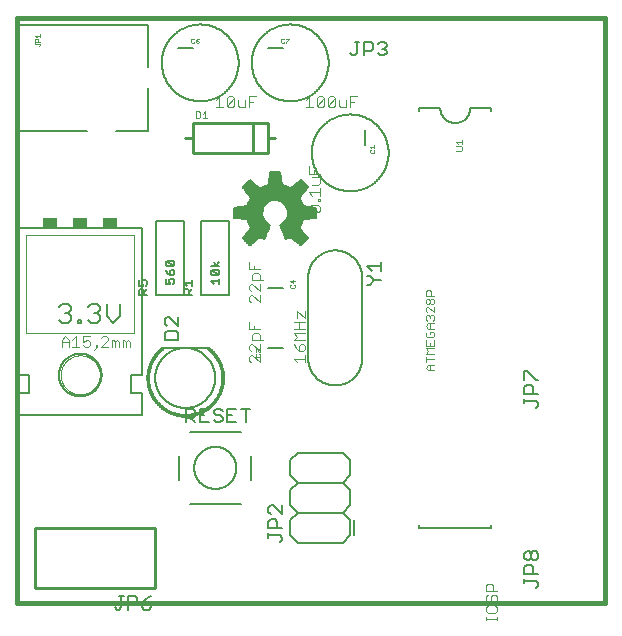
<source format=gto>
G75*
%MOIN*%
%OFA0B0*%
%FSLAX25Y25*%
%IPPOS*%
%LPD*%
%AMOC8*
5,1,8,0,0,1.08239X$1,22.5*
%
%ADD10C,0.01600*%
%ADD11C,0.00200*%
%ADD12C,0.00300*%
%ADD13C,0.00800*%
%ADD14C,0.00100*%
%ADD15C,0.00500*%
%ADD16C,0.00600*%
%ADD17C,0.00700*%
%ADD18C,0.00400*%
%ADD19R,0.05000X0.03500*%
%ADD20C,0.00000*%
%ADD21C,0.01000*%
%ADD22C,0.00591*%
D10*
X0063516Y0008338D02*
X0259516Y0008338D01*
X0259516Y0203338D01*
X0063516Y0203338D01*
X0063516Y0008338D01*
D11*
X0066516Y0098338D02*
X0102516Y0098338D01*
X0102516Y0130838D01*
X0066516Y0130838D01*
X0066516Y0098338D01*
X0123116Y0169938D02*
X0124217Y0169938D01*
X0124584Y0170305D01*
X0124584Y0171773D01*
X0124217Y0172140D01*
X0123116Y0172140D01*
X0123116Y0169938D01*
X0125326Y0169938D02*
X0126794Y0169938D01*
X0126060Y0169938D02*
X0126060Y0172140D01*
X0125326Y0171406D01*
X0199614Y0112077D02*
X0200081Y0112544D01*
X0201015Y0112544D01*
X0201482Y0112077D01*
X0201482Y0110676D01*
X0201482Y0109782D02*
X0201949Y0109782D01*
X0202416Y0109315D01*
X0202416Y0108380D01*
X0201949Y0107913D01*
X0201482Y0107913D01*
X0201015Y0108380D01*
X0201015Y0109315D01*
X0201482Y0109782D01*
X0201015Y0109315D02*
X0200548Y0109782D01*
X0200081Y0109782D01*
X0199614Y0109315D01*
X0199614Y0108380D01*
X0200081Y0107913D01*
X0200548Y0107913D01*
X0201015Y0108380D01*
X0200548Y0107019D02*
X0200081Y0107019D01*
X0199614Y0106552D01*
X0199614Y0105618D01*
X0200081Y0105151D01*
X0200081Y0104257D02*
X0200548Y0104257D01*
X0201015Y0103790D01*
X0201482Y0104257D01*
X0201949Y0104257D01*
X0202416Y0103790D01*
X0202416Y0102856D01*
X0201949Y0102389D01*
X0202416Y0101495D02*
X0200548Y0101495D01*
X0199614Y0100560D01*
X0200548Y0099626D01*
X0202416Y0099626D01*
X0201949Y0098732D02*
X0201015Y0098732D01*
X0201015Y0097798D01*
X0201949Y0096864D02*
X0202416Y0097331D01*
X0202416Y0098265D01*
X0201949Y0098732D01*
X0201015Y0099626D02*
X0201015Y0101495D01*
X0200081Y0102389D02*
X0199614Y0102856D01*
X0199614Y0103790D01*
X0200081Y0104257D01*
X0201015Y0103790D02*
X0201015Y0103323D01*
X0202416Y0105151D02*
X0200548Y0107019D01*
X0202416Y0107019D02*
X0202416Y0105151D01*
X0202416Y0110676D02*
X0199614Y0110676D01*
X0199614Y0112077D01*
X0200081Y0098732D02*
X0199614Y0098265D01*
X0199614Y0097331D01*
X0200081Y0096864D01*
X0201949Y0096864D01*
X0202416Y0095970D02*
X0202416Y0094102D01*
X0199614Y0094102D01*
X0199614Y0095970D01*
X0201015Y0095036D02*
X0201015Y0094102D01*
X0199614Y0093208D02*
X0202416Y0093208D01*
X0202416Y0091339D02*
X0199614Y0091339D01*
X0200548Y0092273D01*
X0199614Y0093208D01*
X0199614Y0090445D02*
X0199614Y0088577D01*
X0199614Y0089511D02*
X0202416Y0089511D01*
X0202416Y0087683D02*
X0200548Y0087683D01*
X0199614Y0086749D01*
X0200548Y0085815D01*
X0202416Y0085815D01*
X0201015Y0085815D02*
X0201015Y0087683D01*
X0209614Y0159018D02*
X0211449Y0159018D01*
X0211816Y0159385D01*
X0211816Y0160119D01*
X0211449Y0160486D01*
X0209614Y0160486D01*
X0210348Y0161228D02*
X0209614Y0161962D01*
X0211816Y0161962D01*
X0211816Y0161228D02*
X0211816Y0162696D01*
D12*
X0176867Y0177191D02*
X0174399Y0177191D01*
X0174399Y0173488D01*
X0173184Y0173488D02*
X0173184Y0175957D01*
X0174399Y0175340D02*
X0175633Y0175340D01*
X0173184Y0173488D02*
X0171333Y0173488D01*
X0170715Y0174105D01*
X0170715Y0175957D01*
X0169501Y0176574D02*
X0167032Y0174105D01*
X0167649Y0173488D01*
X0168884Y0173488D01*
X0169501Y0174105D01*
X0169501Y0176574D01*
X0168884Y0177191D01*
X0167649Y0177191D01*
X0167032Y0176574D01*
X0167032Y0174105D01*
X0165818Y0174105D02*
X0165201Y0173488D01*
X0163966Y0173488D01*
X0163349Y0174105D01*
X0165818Y0176574D01*
X0165818Y0174105D01*
X0163349Y0174105D02*
X0163349Y0176574D01*
X0163966Y0177191D01*
X0165201Y0177191D01*
X0165818Y0176574D01*
X0162135Y0173488D02*
X0159666Y0173488D01*
X0160900Y0173488D02*
X0160900Y0177191D01*
X0159666Y0175957D01*
X0143184Y0177191D02*
X0140715Y0177191D01*
X0140715Y0173488D01*
X0139501Y0173488D02*
X0139501Y0175957D01*
X0140715Y0175340D02*
X0141950Y0175340D01*
X0139501Y0173488D02*
X0137649Y0173488D01*
X0137032Y0174105D01*
X0137032Y0175957D01*
X0135818Y0176574D02*
X0135818Y0174105D01*
X0135201Y0173488D01*
X0133966Y0173488D01*
X0133349Y0174105D01*
X0135818Y0176574D01*
X0135201Y0177191D01*
X0133966Y0177191D01*
X0133349Y0176574D01*
X0133349Y0174105D01*
X0132135Y0173488D02*
X0129666Y0173488D01*
X0130900Y0173488D02*
X0130900Y0177191D01*
X0129666Y0175957D01*
X0160663Y0153848D02*
X0160663Y0151379D01*
X0164366Y0151379D01*
X0164366Y0150165D02*
X0161897Y0150165D01*
X0162514Y0151379D02*
X0162514Y0152614D01*
X0164366Y0150165D02*
X0164366Y0148313D01*
X0163749Y0147696D01*
X0161897Y0147696D01*
X0160663Y0145247D02*
X0164366Y0145247D01*
X0164366Y0144013D02*
X0164366Y0146482D01*
X0161897Y0144013D02*
X0160663Y0145247D01*
X0163749Y0142789D02*
X0164366Y0142789D01*
X0164366Y0142171D01*
X0163749Y0142171D01*
X0163749Y0142789D01*
X0163749Y0140957D02*
X0161280Y0140957D01*
X0163749Y0138488D01*
X0164366Y0139105D01*
X0164366Y0140340D01*
X0163749Y0140957D01*
X0163749Y0138488D02*
X0161280Y0138488D01*
X0160663Y0139105D01*
X0160663Y0140340D01*
X0161280Y0140957D01*
X0140663Y0122006D02*
X0140663Y0119538D01*
X0144366Y0119538D01*
X0143749Y0118323D02*
X0144366Y0117706D01*
X0144366Y0115854D01*
X0144366Y0114640D02*
X0144366Y0112171D01*
X0141897Y0114640D01*
X0141280Y0114640D01*
X0140663Y0114023D01*
X0140663Y0112789D01*
X0141280Y0112171D01*
X0141280Y0110957D02*
X0140663Y0110340D01*
X0140663Y0109105D01*
X0141280Y0108488D01*
X0141280Y0110957D02*
X0141897Y0110957D01*
X0144366Y0108488D01*
X0144366Y0110957D01*
X0145600Y0115854D02*
X0141897Y0115854D01*
X0141897Y0117706D01*
X0142514Y0118323D01*
X0143749Y0118323D01*
X0142514Y0119538D02*
X0142514Y0120772D01*
X0156897Y0105690D02*
X0159366Y0103221D01*
X0159366Y0105690D01*
X0156897Y0105690D02*
X0156897Y0103221D01*
X0157514Y0102006D02*
X0157514Y0099538D01*
X0155663Y0099538D02*
X0159366Y0099538D01*
X0159366Y0098323D02*
X0155663Y0098323D01*
X0156897Y0097089D01*
X0155663Y0095854D01*
X0159366Y0095854D01*
X0158749Y0094640D02*
X0158132Y0094640D01*
X0157514Y0094023D01*
X0157514Y0092171D01*
X0158749Y0092171D01*
X0159366Y0092789D01*
X0159366Y0094023D01*
X0158749Y0094640D01*
X0156280Y0093406D02*
X0157514Y0092171D01*
X0156280Y0093406D02*
X0155663Y0094640D01*
X0159366Y0090957D02*
X0159366Y0088488D01*
X0159366Y0089723D02*
X0155663Y0089723D01*
X0156897Y0088488D01*
X0144366Y0088488D02*
X0141897Y0090957D01*
X0141280Y0090957D01*
X0140663Y0090340D01*
X0140663Y0089105D01*
X0141280Y0088488D01*
X0141280Y0092171D02*
X0140663Y0092789D01*
X0140663Y0094023D01*
X0141280Y0094640D01*
X0141897Y0094640D01*
X0144366Y0092171D01*
X0144366Y0094640D01*
X0144366Y0095854D02*
X0144366Y0097706D01*
X0143749Y0098323D01*
X0142514Y0098323D01*
X0141897Y0097706D01*
X0141897Y0095854D01*
X0145600Y0095854D01*
X0144366Y0099538D02*
X0140663Y0099538D01*
X0140663Y0102006D01*
X0142514Y0100772D02*
X0142514Y0099538D01*
X0144366Y0090957D02*
X0144366Y0088488D01*
X0155663Y0102006D02*
X0159366Y0102006D01*
X0220280Y0014774D02*
X0221514Y0014774D01*
X0222132Y0014157D01*
X0222132Y0012305D01*
X0222132Y0011091D02*
X0222749Y0011091D01*
X0223366Y0010473D01*
X0223366Y0009239D01*
X0222749Y0008622D01*
X0222749Y0007408D02*
X0223366Y0006790D01*
X0223366Y0005556D01*
X0222749Y0004939D01*
X0220280Y0004939D01*
X0219663Y0005556D01*
X0219663Y0006790D01*
X0220280Y0007408D01*
X0220280Y0008622D02*
X0220897Y0008622D01*
X0221514Y0009239D01*
X0221514Y0010473D01*
X0222132Y0011091D01*
X0223366Y0012305D02*
X0219663Y0012305D01*
X0219663Y0014157D01*
X0220280Y0014774D01*
X0220280Y0011091D02*
X0219663Y0010473D01*
X0219663Y0009239D01*
X0220280Y0008622D01*
X0219663Y0003718D02*
X0219663Y0002483D01*
X0219663Y0003101D02*
X0223366Y0003101D01*
X0223366Y0003718D02*
X0223366Y0002483D01*
D13*
X0221516Y0033338D02*
X0197516Y0033338D01*
X0197516Y0034338D01*
X0175835Y0035838D02*
X0175835Y0030838D01*
X0174516Y0030838D02*
X0174516Y0035838D01*
X0172016Y0038338D01*
X0157016Y0038338D01*
X0154516Y0040838D01*
X0154516Y0045838D01*
X0157016Y0048338D01*
X0172016Y0048338D01*
X0174516Y0050838D01*
X0174516Y0055838D01*
X0172016Y0058338D01*
X0157016Y0058338D01*
X0154516Y0055838D01*
X0154516Y0050838D01*
X0157016Y0048338D01*
X0157016Y0038338D02*
X0154516Y0035838D01*
X0154516Y0030838D01*
X0157016Y0028338D01*
X0172016Y0028338D01*
X0174516Y0030838D01*
X0172016Y0038338D02*
X0174516Y0040838D01*
X0174516Y0045838D01*
X0172016Y0048338D01*
X0141516Y0049338D02*
X0141516Y0057267D01*
X0138016Y0065338D02*
X0121016Y0065338D01*
X0117516Y0057385D02*
X0117516Y0049338D01*
X0121016Y0041338D02*
X0138016Y0041338D01*
X0122516Y0053338D02*
X0122518Y0053510D01*
X0122524Y0053681D01*
X0122535Y0053853D01*
X0122550Y0054024D01*
X0122569Y0054195D01*
X0122592Y0054365D01*
X0122619Y0054535D01*
X0122651Y0054704D01*
X0122686Y0054872D01*
X0122726Y0055039D01*
X0122770Y0055205D01*
X0122817Y0055370D01*
X0122869Y0055534D01*
X0122925Y0055696D01*
X0122985Y0055857D01*
X0123049Y0056017D01*
X0123117Y0056175D01*
X0123188Y0056331D01*
X0123263Y0056485D01*
X0123343Y0056638D01*
X0123425Y0056788D01*
X0123512Y0056937D01*
X0123602Y0057083D01*
X0123696Y0057227D01*
X0123793Y0057369D01*
X0123894Y0057508D01*
X0123998Y0057645D01*
X0124105Y0057779D01*
X0124216Y0057910D01*
X0124329Y0058039D01*
X0124446Y0058165D01*
X0124566Y0058288D01*
X0124689Y0058408D01*
X0124815Y0058525D01*
X0124944Y0058638D01*
X0125075Y0058749D01*
X0125209Y0058856D01*
X0125346Y0058960D01*
X0125485Y0059061D01*
X0125627Y0059158D01*
X0125771Y0059252D01*
X0125917Y0059342D01*
X0126066Y0059429D01*
X0126216Y0059511D01*
X0126369Y0059591D01*
X0126523Y0059666D01*
X0126679Y0059737D01*
X0126837Y0059805D01*
X0126997Y0059869D01*
X0127158Y0059929D01*
X0127320Y0059985D01*
X0127484Y0060037D01*
X0127649Y0060084D01*
X0127815Y0060128D01*
X0127982Y0060168D01*
X0128150Y0060203D01*
X0128319Y0060235D01*
X0128489Y0060262D01*
X0128659Y0060285D01*
X0128830Y0060304D01*
X0129001Y0060319D01*
X0129173Y0060330D01*
X0129344Y0060336D01*
X0129516Y0060338D01*
X0129688Y0060336D01*
X0129859Y0060330D01*
X0130031Y0060319D01*
X0130202Y0060304D01*
X0130373Y0060285D01*
X0130543Y0060262D01*
X0130713Y0060235D01*
X0130882Y0060203D01*
X0131050Y0060168D01*
X0131217Y0060128D01*
X0131383Y0060084D01*
X0131548Y0060037D01*
X0131712Y0059985D01*
X0131874Y0059929D01*
X0132035Y0059869D01*
X0132195Y0059805D01*
X0132353Y0059737D01*
X0132509Y0059666D01*
X0132663Y0059591D01*
X0132816Y0059511D01*
X0132966Y0059429D01*
X0133115Y0059342D01*
X0133261Y0059252D01*
X0133405Y0059158D01*
X0133547Y0059061D01*
X0133686Y0058960D01*
X0133823Y0058856D01*
X0133957Y0058749D01*
X0134088Y0058638D01*
X0134217Y0058525D01*
X0134343Y0058408D01*
X0134466Y0058288D01*
X0134586Y0058165D01*
X0134703Y0058039D01*
X0134816Y0057910D01*
X0134927Y0057779D01*
X0135034Y0057645D01*
X0135138Y0057508D01*
X0135239Y0057369D01*
X0135336Y0057227D01*
X0135430Y0057083D01*
X0135520Y0056937D01*
X0135607Y0056788D01*
X0135689Y0056638D01*
X0135769Y0056485D01*
X0135844Y0056331D01*
X0135915Y0056175D01*
X0135983Y0056017D01*
X0136047Y0055857D01*
X0136107Y0055696D01*
X0136163Y0055534D01*
X0136215Y0055370D01*
X0136262Y0055205D01*
X0136306Y0055039D01*
X0136346Y0054872D01*
X0136381Y0054704D01*
X0136413Y0054535D01*
X0136440Y0054365D01*
X0136463Y0054195D01*
X0136482Y0054024D01*
X0136497Y0053853D01*
X0136508Y0053681D01*
X0136514Y0053510D01*
X0136516Y0053338D01*
X0136514Y0053166D01*
X0136508Y0052995D01*
X0136497Y0052823D01*
X0136482Y0052652D01*
X0136463Y0052481D01*
X0136440Y0052311D01*
X0136413Y0052141D01*
X0136381Y0051972D01*
X0136346Y0051804D01*
X0136306Y0051637D01*
X0136262Y0051471D01*
X0136215Y0051306D01*
X0136163Y0051142D01*
X0136107Y0050980D01*
X0136047Y0050819D01*
X0135983Y0050659D01*
X0135915Y0050501D01*
X0135844Y0050345D01*
X0135769Y0050191D01*
X0135689Y0050038D01*
X0135607Y0049888D01*
X0135520Y0049739D01*
X0135430Y0049593D01*
X0135336Y0049449D01*
X0135239Y0049307D01*
X0135138Y0049168D01*
X0135034Y0049031D01*
X0134927Y0048897D01*
X0134816Y0048766D01*
X0134703Y0048637D01*
X0134586Y0048511D01*
X0134466Y0048388D01*
X0134343Y0048268D01*
X0134217Y0048151D01*
X0134088Y0048038D01*
X0133957Y0047927D01*
X0133823Y0047820D01*
X0133686Y0047716D01*
X0133547Y0047615D01*
X0133405Y0047518D01*
X0133261Y0047424D01*
X0133115Y0047334D01*
X0132966Y0047247D01*
X0132816Y0047165D01*
X0132663Y0047085D01*
X0132509Y0047010D01*
X0132353Y0046939D01*
X0132195Y0046871D01*
X0132035Y0046807D01*
X0131874Y0046747D01*
X0131712Y0046691D01*
X0131548Y0046639D01*
X0131383Y0046592D01*
X0131217Y0046548D01*
X0131050Y0046508D01*
X0130882Y0046473D01*
X0130713Y0046441D01*
X0130543Y0046414D01*
X0130373Y0046391D01*
X0130202Y0046372D01*
X0130031Y0046357D01*
X0129859Y0046346D01*
X0129688Y0046340D01*
X0129516Y0046338D01*
X0129344Y0046340D01*
X0129173Y0046346D01*
X0129001Y0046357D01*
X0128830Y0046372D01*
X0128659Y0046391D01*
X0128489Y0046414D01*
X0128319Y0046441D01*
X0128150Y0046473D01*
X0127982Y0046508D01*
X0127815Y0046548D01*
X0127649Y0046592D01*
X0127484Y0046639D01*
X0127320Y0046691D01*
X0127158Y0046747D01*
X0126997Y0046807D01*
X0126837Y0046871D01*
X0126679Y0046939D01*
X0126523Y0047010D01*
X0126369Y0047085D01*
X0126216Y0047165D01*
X0126066Y0047247D01*
X0125917Y0047334D01*
X0125771Y0047424D01*
X0125627Y0047518D01*
X0125485Y0047615D01*
X0125346Y0047716D01*
X0125209Y0047820D01*
X0125075Y0047927D01*
X0124944Y0048038D01*
X0124815Y0048151D01*
X0124689Y0048268D01*
X0124566Y0048388D01*
X0124446Y0048511D01*
X0124329Y0048637D01*
X0124216Y0048766D01*
X0124105Y0048897D01*
X0123998Y0049031D01*
X0123894Y0049168D01*
X0123793Y0049307D01*
X0123696Y0049449D01*
X0123602Y0049593D01*
X0123512Y0049739D01*
X0123425Y0049888D01*
X0123343Y0050038D01*
X0123263Y0050191D01*
X0123188Y0050345D01*
X0123117Y0050501D01*
X0123049Y0050659D01*
X0122985Y0050819D01*
X0122925Y0050980D01*
X0122869Y0051142D01*
X0122817Y0051306D01*
X0122770Y0051471D01*
X0122726Y0051637D01*
X0122686Y0051804D01*
X0122651Y0051972D01*
X0122619Y0052141D01*
X0122592Y0052311D01*
X0122569Y0052481D01*
X0122550Y0052652D01*
X0122535Y0052823D01*
X0122524Y0052995D01*
X0122518Y0053166D01*
X0122516Y0053338D01*
X0160516Y0089838D02*
X0160516Y0116838D01*
X0160519Y0117057D01*
X0160527Y0117276D01*
X0160540Y0117495D01*
X0160559Y0117713D01*
X0160583Y0117931D01*
X0160612Y0118148D01*
X0160646Y0118365D01*
X0160686Y0118580D01*
X0160731Y0118795D01*
X0160782Y0119008D01*
X0160837Y0119220D01*
X0160898Y0119431D01*
X0160963Y0119640D01*
X0161034Y0119847D01*
X0161110Y0120053D01*
X0161191Y0120257D01*
X0161276Y0120459D01*
X0161367Y0120658D01*
X0161462Y0120855D01*
X0161563Y0121050D01*
X0161668Y0121243D01*
X0161777Y0121433D01*
X0161891Y0121620D01*
X0162010Y0121804D01*
X0162133Y0121985D01*
X0162261Y0122163D01*
X0162393Y0122339D01*
X0162529Y0122510D01*
X0162669Y0122679D01*
X0162813Y0122844D01*
X0162961Y0123005D01*
X0163113Y0123163D01*
X0163269Y0123317D01*
X0163429Y0123467D01*
X0163592Y0123614D01*
X0163759Y0123756D01*
X0163929Y0123894D01*
X0164103Y0124028D01*
X0164279Y0124158D01*
X0164459Y0124283D01*
X0164642Y0124404D01*
X0164828Y0124520D01*
X0165016Y0124632D01*
X0165207Y0124739D01*
X0165401Y0124842D01*
X0165597Y0124940D01*
X0165795Y0125033D01*
X0165996Y0125121D01*
X0166199Y0125204D01*
X0166404Y0125283D01*
X0166610Y0125356D01*
X0166818Y0125424D01*
X0167028Y0125487D01*
X0167240Y0125545D01*
X0167452Y0125598D01*
X0167666Y0125646D01*
X0167881Y0125688D01*
X0168097Y0125725D01*
X0168314Y0125757D01*
X0168532Y0125784D01*
X0168750Y0125805D01*
X0168968Y0125821D01*
X0169187Y0125832D01*
X0169406Y0125837D01*
X0169626Y0125837D01*
X0169845Y0125832D01*
X0170064Y0125821D01*
X0170282Y0125805D01*
X0170500Y0125784D01*
X0170718Y0125757D01*
X0170935Y0125725D01*
X0171151Y0125688D01*
X0171366Y0125646D01*
X0171580Y0125598D01*
X0171792Y0125545D01*
X0172004Y0125487D01*
X0172214Y0125424D01*
X0172422Y0125356D01*
X0172628Y0125283D01*
X0172833Y0125204D01*
X0173036Y0125121D01*
X0173237Y0125033D01*
X0173435Y0124940D01*
X0173631Y0124842D01*
X0173825Y0124739D01*
X0174016Y0124632D01*
X0174204Y0124520D01*
X0174390Y0124404D01*
X0174573Y0124283D01*
X0174753Y0124158D01*
X0174929Y0124028D01*
X0175103Y0123894D01*
X0175273Y0123756D01*
X0175440Y0123614D01*
X0175603Y0123467D01*
X0175763Y0123317D01*
X0175919Y0123163D01*
X0176071Y0123005D01*
X0176219Y0122844D01*
X0176363Y0122679D01*
X0176503Y0122510D01*
X0176639Y0122339D01*
X0176771Y0122163D01*
X0176899Y0121985D01*
X0177022Y0121804D01*
X0177141Y0121620D01*
X0177255Y0121433D01*
X0177364Y0121243D01*
X0177469Y0121050D01*
X0177570Y0120855D01*
X0177665Y0120658D01*
X0177756Y0120459D01*
X0177841Y0120257D01*
X0177922Y0120053D01*
X0177998Y0119847D01*
X0178069Y0119640D01*
X0178134Y0119431D01*
X0178195Y0119220D01*
X0178250Y0119008D01*
X0178301Y0118795D01*
X0178346Y0118580D01*
X0178386Y0118365D01*
X0178420Y0118148D01*
X0178449Y0117931D01*
X0178473Y0117713D01*
X0178492Y0117495D01*
X0178505Y0117276D01*
X0178513Y0117057D01*
X0178516Y0116838D01*
X0178516Y0089838D01*
X0178513Y0089619D01*
X0178505Y0089400D01*
X0178492Y0089181D01*
X0178473Y0088963D01*
X0178449Y0088745D01*
X0178420Y0088528D01*
X0178386Y0088311D01*
X0178346Y0088096D01*
X0178301Y0087881D01*
X0178250Y0087668D01*
X0178195Y0087456D01*
X0178134Y0087245D01*
X0178069Y0087036D01*
X0177998Y0086829D01*
X0177922Y0086623D01*
X0177841Y0086419D01*
X0177756Y0086217D01*
X0177665Y0086018D01*
X0177570Y0085821D01*
X0177469Y0085626D01*
X0177364Y0085433D01*
X0177255Y0085243D01*
X0177141Y0085056D01*
X0177022Y0084872D01*
X0176899Y0084691D01*
X0176771Y0084513D01*
X0176639Y0084337D01*
X0176503Y0084166D01*
X0176363Y0083997D01*
X0176219Y0083832D01*
X0176071Y0083671D01*
X0175919Y0083513D01*
X0175763Y0083359D01*
X0175603Y0083209D01*
X0175440Y0083062D01*
X0175273Y0082920D01*
X0175103Y0082782D01*
X0174929Y0082648D01*
X0174753Y0082518D01*
X0174573Y0082393D01*
X0174390Y0082272D01*
X0174204Y0082156D01*
X0174016Y0082044D01*
X0173825Y0081937D01*
X0173631Y0081834D01*
X0173435Y0081736D01*
X0173237Y0081643D01*
X0173036Y0081555D01*
X0172833Y0081472D01*
X0172628Y0081393D01*
X0172422Y0081320D01*
X0172214Y0081252D01*
X0172004Y0081189D01*
X0171792Y0081131D01*
X0171580Y0081078D01*
X0171366Y0081030D01*
X0171151Y0080988D01*
X0170935Y0080951D01*
X0170718Y0080919D01*
X0170500Y0080892D01*
X0170282Y0080871D01*
X0170064Y0080855D01*
X0169845Y0080844D01*
X0169626Y0080839D01*
X0169406Y0080839D01*
X0169187Y0080844D01*
X0168968Y0080855D01*
X0168750Y0080871D01*
X0168532Y0080892D01*
X0168314Y0080919D01*
X0168097Y0080951D01*
X0167881Y0080988D01*
X0167666Y0081030D01*
X0167452Y0081078D01*
X0167240Y0081131D01*
X0167028Y0081189D01*
X0166818Y0081252D01*
X0166610Y0081320D01*
X0166404Y0081393D01*
X0166199Y0081472D01*
X0165996Y0081555D01*
X0165795Y0081643D01*
X0165597Y0081736D01*
X0165401Y0081834D01*
X0165207Y0081937D01*
X0165016Y0082044D01*
X0164828Y0082156D01*
X0164642Y0082272D01*
X0164459Y0082393D01*
X0164279Y0082518D01*
X0164103Y0082648D01*
X0163929Y0082782D01*
X0163759Y0082920D01*
X0163592Y0083062D01*
X0163429Y0083209D01*
X0163269Y0083359D01*
X0163113Y0083513D01*
X0162961Y0083671D01*
X0162813Y0083832D01*
X0162669Y0083997D01*
X0162529Y0084166D01*
X0162393Y0084337D01*
X0162261Y0084513D01*
X0162133Y0084691D01*
X0162010Y0084872D01*
X0161891Y0085056D01*
X0161777Y0085243D01*
X0161668Y0085433D01*
X0161563Y0085626D01*
X0161462Y0085821D01*
X0161367Y0086018D01*
X0161276Y0086217D01*
X0161191Y0086419D01*
X0161110Y0086623D01*
X0161034Y0086829D01*
X0160963Y0087036D01*
X0160898Y0087245D01*
X0160837Y0087456D01*
X0160782Y0087668D01*
X0160731Y0087881D01*
X0160686Y0088096D01*
X0160646Y0088311D01*
X0160612Y0088528D01*
X0160583Y0088745D01*
X0160559Y0088963D01*
X0160540Y0089181D01*
X0160527Y0089400D01*
X0160519Y0089619D01*
X0160516Y0089838D01*
X0152016Y0093338D02*
X0147016Y0093338D01*
X0127016Y0093338D02*
X0112016Y0093338D01*
X0109792Y0110937D02*
X0109792Y0135740D01*
X0119240Y0135740D01*
X0119240Y0110937D01*
X0109792Y0110937D01*
X0124792Y0110937D02*
X0124792Y0135740D01*
X0134240Y0135740D01*
X0134240Y0110937D01*
X0124792Y0110937D01*
X0147016Y0113338D02*
X0152016Y0113338D01*
X0161721Y0158338D02*
X0161725Y0158652D01*
X0161736Y0158966D01*
X0161756Y0159279D01*
X0161783Y0159592D01*
X0161817Y0159904D01*
X0161859Y0160215D01*
X0161909Y0160525D01*
X0161967Y0160834D01*
X0162032Y0161141D01*
X0162104Y0161447D01*
X0162184Y0161751D01*
X0162272Y0162052D01*
X0162367Y0162352D01*
X0162469Y0162649D01*
X0162578Y0162943D01*
X0162695Y0163234D01*
X0162819Y0163523D01*
X0162949Y0163809D01*
X0163087Y0164091D01*
X0163232Y0164370D01*
X0163383Y0164645D01*
X0163541Y0164916D01*
X0163706Y0165183D01*
X0163877Y0165447D01*
X0164055Y0165705D01*
X0164239Y0165960D01*
X0164429Y0166210D01*
X0164625Y0166455D01*
X0164828Y0166695D01*
X0165036Y0166931D01*
X0165249Y0167161D01*
X0165469Y0167385D01*
X0165693Y0167605D01*
X0165923Y0167818D01*
X0166159Y0168026D01*
X0166399Y0168229D01*
X0166644Y0168425D01*
X0166894Y0168615D01*
X0167149Y0168799D01*
X0167407Y0168977D01*
X0167671Y0169148D01*
X0167938Y0169313D01*
X0168209Y0169471D01*
X0168484Y0169622D01*
X0168763Y0169767D01*
X0169045Y0169905D01*
X0169331Y0170035D01*
X0169620Y0170159D01*
X0169911Y0170276D01*
X0170205Y0170385D01*
X0170502Y0170487D01*
X0170802Y0170582D01*
X0171103Y0170670D01*
X0171407Y0170750D01*
X0171713Y0170822D01*
X0172020Y0170887D01*
X0172329Y0170945D01*
X0172639Y0170995D01*
X0172950Y0171037D01*
X0173262Y0171071D01*
X0173575Y0171098D01*
X0173888Y0171118D01*
X0174202Y0171129D01*
X0174516Y0171133D01*
X0174830Y0171129D01*
X0175144Y0171118D01*
X0175457Y0171098D01*
X0175770Y0171071D01*
X0176082Y0171037D01*
X0176393Y0170995D01*
X0176703Y0170945D01*
X0177012Y0170887D01*
X0177319Y0170822D01*
X0177625Y0170750D01*
X0177929Y0170670D01*
X0178230Y0170582D01*
X0178530Y0170487D01*
X0178827Y0170385D01*
X0179121Y0170276D01*
X0179412Y0170159D01*
X0179701Y0170035D01*
X0179987Y0169905D01*
X0180269Y0169767D01*
X0180548Y0169622D01*
X0180823Y0169471D01*
X0181094Y0169313D01*
X0181361Y0169148D01*
X0181625Y0168977D01*
X0181883Y0168799D01*
X0182138Y0168615D01*
X0182388Y0168425D01*
X0182633Y0168229D01*
X0182873Y0168026D01*
X0183109Y0167818D01*
X0183339Y0167605D01*
X0183563Y0167385D01*
X0183783Y0167161D01*
X0183996Y0166931D01*
X0184204Y0166695D01*
X0184407Y0166455D01*
X0184603Y0166210D01*
X0184793Y0165960D01*
X0184977Y0165705D01*
X0185155Y0165447D01*
X0185326Y0165183D01*
X0185491Y0164916D01*
X0185649Y0164645D01*
X0185800Y0164370D01*
X0185945Y0164091D01*
X0186083Y0163809D01*
X0186213Y0163523D01*
X0186337Y0163234D01*
X0186454Y0162943D01*
X0186563Y0162649D01*
X0186665Y0162352D01*
X0186760Y0162052D01*
X0186848Y0161751D01*
X0186928Y0161447D01*
X0187000Y0161141D01*
X0187065Y0160834D01*
X0187123Y0160525D01*
X0187173Y0160215D01*
X0187215Y0159904D01*
X0187249Y0159592D01*
X0187276Y0159279D01*
X0187296Y0158966D01*
X0187307Y0158652D01*
X0187311Y0158338D01*
X0187307Y0158024D01*
X0187296Y0157710D01*
X0187276Y0157397D01*
X0187249Y0157084D01*
X0187215Y0156772D01*
X0187173Y0156461D01*
X0187123Y0156151D01*
X0187065Y0155842D01*
X0187000Y0155535D01*
X0186928Y0155229D01*
X0186848Y0154925D01*
X0186760Y0154624D01*
X0186665Y0154324D01*
X0186563Y0154027D01*
X0186454Y0153733D01*
X0186337Y0153442D01*
X0186213Y0153153D01*
X0186083Y0152867D01*
X0185945Y0152585D01*
X0185800Y0152306D01*
X0185649Y0152031D01*
X0185491Y0151760D01*
X0185326Y0151493D01*
X0185155Y0151229D01*
X0184977Y0150971D01*
X0184793Y0150716D01*
X0184603Y0150466D01*
X0184407Y0150221D01*
X0184204Y0149981D01*
X0183996Y0149745D01*
X0183783Y0149515D01*
X0183563Y0149291D01*
X0183339Y0149071D01*
X0183109Y0148858D01*
X0182873Y0148650D01*
X0182633Y0148447D01*
X0182388Y0148251D01*
X0182138Y0148061D01*
X0181883Y0147877D01*
X0181625Y0147699D01*
X0181361Y0147528D01*
X0181094Y0147363D01*
X0180823Y0147205D01*
X0180548Y0147054D01*
X0180269Y0146909D01*
X0179987Y0146771D01*
X0179701Y0146641D01*
X0179412Y0146517D01*
X0179121Y0146400D01*
X0178827Y0146291D01*
X0178530Y0146189D01*
X0178230Y0146094D01*
X0177929Y0146006D01*
X0177625Y0145926D01*
X0177319Y0145854D01*
X0177012Y0145789D01*
X0176703Y0145731D01*
X0176393Y0145681D01*
X0176082Y0145639D01*
X0175770Y0145605D01*
X0175457Y0145578D01*
X0175144Y0145558D01*
X0174830Y0145547D01*
X0174516Y0145543D01*
X0174202Y0145547D01*
X0173888Y0145558D01*
X0173575Y0145578D01*
X0173262Y0145605D01*
X0172950Y0145639D01*
X0172639Y0145681D01*
X0172329Y0145731D01*
X0172020Y0145789D01*
X0171713Y0145854D01*
X0171407Y0145926D01*
X0171103Y0146006D01*
X0170802Y0146094D01*
X0170502Y0146189D01*
X0170205Y0146291D01*
X0169911Y0146400D01*
X0169620Y0146517D01*
X0169331Y0146641D01*
X0169045Y0146771D01*
X0168763Y0146909D01*
X0168484Y0147054D01*
X0168209Y0147205D01*
X0167938Y0147363D01*
X0167671Y0147528D01*
X0167407Y0147699D01*
X0167149Y0147877D01*
X0166894Y0148061D01*
X0166644Y0148251D01*
X0166399Y0148447D01*
X0166159Y0148650D01*
X0165923Y0148858D01*
X0165693Y0149071D01*
X0165469Y0149291D01*
X0165249Y0149515D01*
X0165036Y0149745D01*
X0164828Y0149981D01*
X0164625Y0150221D01*
X0164429Y0150466D01*
X0164239Y0150716D01*
X0164055Y0150971D01*
X0163877Y0151229D01*
X0163706Y0151493D01*
X0163541Y0151760D01*
X0163383Y0152031D01*
X0163232Y0152306D01*
X0163087Y0152585D01*
X0162949Y0152867D01*
X0162819Y0153153D01*
X0162695Y0153442D01*
X0162578Y0153733D01*
X0162469Y0154027D01*
X0162367Y0154324D01*
X0162272Y0154624D01*
X0162184Y0154925D01*
X0162104Y0155229D01*
X0162032Y0155535D01*
X0161967Y0155842D01*
X0161909Y0156151D01*
X0161859Y0156461D01*
X0161817Y0156772D01*
X0161783Y0157084D01*
X0161756Y0157397D01*
X0161736Y0157710D01*
X0161725Y0158024D01*
X0161721Y0158338D01*
X0179516Y0160838D02*
X0179516Y0165838D01*
X0197516Y0172338D02*
X0197516Y0173338D01*
X0204516Y0173338D01*
X0204518Y0173198D01*
X0204524Y0173058D01*
X0204534Y0172918D01*
X0204547Y0172778D01*
X0204565Y0172639D01*
X0204587Y0172500D01*
X0204612Y0172363D01*
X0204641Y0172225D01*
X0204674Y0172089D01*
X0204711Y0171954D01*
X0204752Y0171820D01*
X0204797Y0171687D01*
X0204845Y0171555D01*
X0204897Y0171425D01*
X0204952Y0171296D01*
X0205011Y0171169D01*
X0205074Y0171043D01*
X0205140Y0170919D01*
X0205209Y0170798D01*
X0205282Y0170678D01*
X0205359Y0170560D01*
X0205438Y0170445D01*
X0205521Y0170331D01*
X0205607Y0170221D01*
X0205696Y0170112D01*
X0205788Y0170006D01*
X0205883Y0169903D01*
X0205980Y0169802D01*
X0206081Y0169705D01*
X0206184Y0169610D01*
X0206290Y0169518D01*
X0206399Y0169429D01*
X0206509Y0169343D01*
X0206623Y0169260D01*
X0206738Y0169181D01*
X0206856Y0169104D01*
X0206976Y0169031D01*
X0207097Y0168962D01*
X0207221Y0168896D01*
X0207347Y0168833D01*
X0207474Y0168774D01*
X0207603Y0168719D01*
X0207733Y0168667D01*
X0207865Y0168619D01*
X0207998Y0168574D01*
X0208132Y0168533D01*
X0208267Y0168496D01*
X0208403Y0168463D01*
X0208541Y0168434D01*
X0208678Y0168409D01*
X0208817Y0168387D01*
X0208956Y0168369D01*
X0209096Y0168356D01*
X0209236Y0168346D01*
X0209376Y0168340D01*
X0209516Y0168338D01*
X0209656Y0168340D01*
X0209796Y0168346D01*
X0209936Y0168356D01*
X0210076Y0168369D01*
X0210215Y0168387D01*
X0210354Y0168409D01*
X0210491Y0168434D01*
X0210629Y0168463D01*
X0210765Y0168496D01*
X0210900Y0168533D01*
X0211034Y0168574D01*
X0211167Y0168619D01*
X0211299Y0168667D01*
X0211429Y0168719D01*
X0211558Y0168774D01*
X0211685Y0168833D01*
X0211811Y0168896D01*
X0211935Y0168962D01*
X0212056Y0169031D01*
X0212176Y0169104D01*
X0212294Y0169181D01*
X0212409Y0169260D01*
X0212523Y0169343D01*
X0212633Y0169429D01*
X0212742Y0169518D01*
X0212848Y0169610D01*
X0212951Y0169705D01*
X0213052Y0169802D01*
X0213149Y0169903D01*
X0213244Y0170006D01*
X0213336Y0170112D01*
X0213425Y0170221D01*
X0213511Y0170331D01*
X0213594Y0170445D01*
X0213673Y0170560D01*
X0213750Y0170678D01*
X0213823Y0170798D01*
X0213892Y0170919D01*
X0213958Y0171043D01*
X0214021Y0171169D01*
X0214080Y0171296D01*
X0214135Y0171425D01*
X0214187Y0171555D01*
X0214235Y0171687D01*
X0214280Y0171820D01*
X0214321Y0171954D01*
X0214358Y0172089D01*
X0214391Y0172225D01*
X0214420Y0172363D01*
X0214445Y0172500D01*
X0214467Y0172639D01*
X0214485Y0172778D01*
X0214498Y0172918D01*
X0214508Y0173058D01*
X0214514Y0173198D01*
X0214516Y0173338D01*
X0221516Y0173338D01*
X0221516Y0172338D01*
X0141721Y0188338D02*
X0141725Y0188652D01*
X0141736Y0188966D01*
X0141756Y0189279D01*
X0141783Y0189592D01*
X0141817Y0189904D01*
X0141859Y0190215D01*
X0141909Y0190525D01*
X0141967Y0190834D01*
X0142032Y0191141D01*
X0142104Y0191447D01*
X0142184Y0191751D01*
X0142272Y0192052D01*
X0142367Y0192352D01*
X0142469Y0192649D01*
X0142578Y0192943D01*
X0142695Y0193234D01*
X0142819Y0193523D01*
X0142949Y0193809D01*
X0143087Y0194091D01*
X0143232Y0194370D01*
X0143383Y0194645D01*
X0143541Y0194916D01*
X0143706Y0195183D01*
X0143877Y0195447D01*
X0144055Y0195705D01*
X0144239Y0195960D01*
X0144429Y0196210D01*
X0144625Y0196455D01*
X0144828Y0196695D01*
X0145036Y0196931D01*
X0145249Y0197161D01*
X0145469Y0197385D01*
X0145693Y0197605D01*
X0145923Y0197818D01*
X0146159Y0198026D01*
X0146399Y0198229D01*
X0146644Y0198425D01*
X0146894Y0198615D01*
X0147149Y0198799D01*
X0147407Y0198977D01*
X0147671Y0199148D01*
X0147938Y0199313D01*
X0148209Y0199471D01*
X0148484Y0199622D01*
X0148763Y0199767D01*
X0149045Y0199905D01*
X0149331Y0200035D01*
X0149620Y0200159D01*
X0149911Y0200276D01*
X0150205Y0200385D01*
X0150502Y0200487D01*
X0150802Y0200582D01*
X0151103Y0200670D01*
X0151407Y0200750D01*
X0151713Y0200822D01*
X0152020Y0200887D01*
X0152329Y0200945D01*
X0152639Y0200995D01*
X0152950Y0201037D01*
X0153262Y0201071D01*
X0153575Y0201098D01*
X0153888Y0201118D01*
X0154202Y0201129D01*
X0154516Y0201133D01*
X0154830Y0201129D01*
X0155144Y0201118D01*
X0155457Y0201098D01*
X0155770Y0201071D01*
X0156082Y0201037D01*
X0156393Y0200995D01*
X0156703Y0200945D01*
X0157012Y0200887D01*
X0157319Y0200822D01*
X0157625Y0200750D01*
X0157929Y0200670D01*
X0158230Y0200582D01*
X0158530Y0200487D01*
X0158827Y0200385D01*
X0159121Y0200276D01*
X0159412Y0200159D01*
X0159701Y0200035D01*
X0159987Y0199905D01*
X0160269Y0199767D01*
X0160548Y0199622D01*
X0160823Y0199471D01*
X0161094Y0199313D01*
X0161361Y0199148D01*
X0161625Y0198977D01*
X0161883Y0198799D01*
X0162138Y0198615D01*
X0162388Y0198425D01*
X0162633Y0198229D01*
X0162873Y0198026D01*
X0163109Y0197818D01*
X0163339Y0197605D01*
X0163563Y0197385D01*
X0163783Y0197161D01*
X0163996Y0196931D01*
X0164204Y0196695D01*
X0164407Y0196455D01*
X0164603Y0196210D01*
X0164793Y0195960D01*
X0164977Y0195705D01*
X0165155Y0195447D01*
X0165326Y0195183D01*
X0165491Y0194916D01*
X0165649Y0194645D01*
X0165800Y0194370D01*
X0165945Y0194091D01*
X0166083Y0193809D01*
X0166213Y0193523D01*
X0166337Y0193234D01*
X0166454Y0192943D01*
X0166563Y0192649D01*
X0166665Y0192352D01*
X0166760Y0192052D01*
X0166848Y0191751D01*
X0166928Y0191447D01*
X0167000Y0191141D01*
X0167065Y0190834D01*
X0167123Y0190525D01*
X0167173Y0190215D01*
X0167215Y0189904D01*
X0167249Y0189592D01*
X0167276Y0189279D01*
X0167296Y0188966D01*
X0167307Y0188652D01*
X0167311Y0188338D01*
X0167307Y0188024D01*
X0167296Y0187710D01*
X0167276Y0187397D01*
X0167249Y0187084D01*
X0167215Y0186772D01*
X0167173Y0186461D01*
X0167123Y0186151D01*
X0167065Y0185842D01*
X0167000Y0185535D01*
X0166928Y0185229D01*
X0166848Y0184925D01*
X0166760Y0184624D01*
X0166665Y0184324D01*
X0166563Y0184027D01*
X0166454Y0183733D01*
X0166337Y0183442D01*
X0166213Y0183153D01*
X0166083Y0182867D01*
X0165945Y0182585D01*
X0165800Y0182306D01*
X0165649Y0182031D01*
X0165491Y0181760D01*
X0165326Y0181493D01*
X0165155Y0181229D01*
X0164977Y0180971D01*
X0164793Y0180716D01*
X0164603Y0180466D01*
X0164407Y0180221D01*
X0164204Y0179981D01*
X0163996Y0179745D01*
X0163783Y0179515D01*
X0163563Y0179291D01*
X0163339Y0179071D01*
X0163109Y0178858D01*
X0162873Y0178650D01*
X0162633Y0178447D01*
X0162388Y0178251D01*
X0162138Y0178061D01*
X0161883Y0177877D01*
X0161625Y0177699D01*
X0161361Y0177528D01*
X0161094Y0177363D01*
X0160823Y0177205D01*
X0160548Y0177054D01*
X0160269Y0176909D01*
X0159987Y0176771D01*
X0159701Y0176641D01*
X0159412Y0176517D01*
X0159121Y0176400D01*
X0158827Y0176291D01*
X0158530Y0176189D01*
X0158230Y0176094D01*
X0157929Y0176006D01*
X0157625Y0175926D01*
X0157319Y0175854D01*
X0157012Y0175789D01*
X0156703Y0175731D01*
X0156393Y0175681D01*
X0156082Y0175639D01*
X0155770Y0175605D01*
X0155457Y0175578D01*
X0155144Y0175558D01*
X0154830Y0175547D01*
X0154516Y0175543D01*
X0154202Y0175547D01*
X0153888Y0175558D01*
X0153575Y0175578D01*
X0153262Y0175605D01*
X0152950Y0175639D01*
X0152639Y0175681D01*
X0152329Y0175731D01*
X0152020Y0175789D01*
X0151713Y0175854D01*
X0151407Y0175926D01*
X0151103Y0176006D01*
X0150802Y0176094D01*
X0150502Y0176189D01*
X0150205Y0176291D01*
X0149911Y0176400D01*
X0149620Y0176517D01*
X0149331Y0176641D01*
X0149045Y0176771D01*
X0148763Y0176909D01*
X0148484Y0177054D01*
X0148209Y0177205D01*
X0147938Y0177363D01*
X0147671Y0177528D01*
X0147407Y0177699D01*
X0147149Y0177877D01*
X0146894Y0178061D01*
X0146644Y0178251D01*
X0146399Y0178447D01*
X0146159Y0178650D01*
X0145923Y0178858D01*
X0145693Y0179071D01*
X0145469Y0179291D01*
X0145249Y0179515D01*
X0145036Y0179745D01*
X0144828Y0179981D01*
X0144625Y0180221D01*
X0144429Y0180466D01*
X0144239Y0180716D01*
X0144055Y0180971D01*
X0143877Y0181229D01*
X0143706Y0181493D01*
X0143541Y0181760D01*
X0143383Y0182031D01*
X0143232Y0182306D01*
X0143087Y0182585D01*
X0142949Y0182867D01*
X0142819Y0183153D01*
X0142695Y0183442D01*
X0142578Y0183733D01*
X0142469Y0184027D01*
X0142367Y0184324D01*
X0142272Y0184624D01*
X0142184Y0184925D01*
X0142104Y0185229D01*
X0142032Y0185535D01*
X0141967Y0185842D01*
X0141909Y0186151D01*
X0141859Y0186461D01*
X0141817Y0186772D01*
X0141783Y0187084D01*
X0141756Y0187397D01*
X0141736Y0187710D01*
X0141725Y0188024D01*
X0141721Y0188338D01*
X0147016Y0193338D02*
X0152016Y0193338D01*
X0111721Y0188338D02*
X0111725Y0188652D01*
X0111736Y0188966D01*
X0111756Y0189279D01*
X0111783Y0189592D01*
X0111817Y0189904D01*
X0111859Y0190215D01*
X0111909Y0190525D01*
X0111967Y0190834D01*
X0112032Y0191141D01*
X0112104Y0191447D01*
X0112184Y0191751D01*
X0112272Y0192052D01*
X0112367Y0192352D01*
X0112469Y0192649D01*
X0112578Y0192943D01*
X0112695Y0193234D01*
X0112819Y0193523D01*
X0112949Y0193809D01*
X0113087Y0194091D01*
X0113232Y0194370D01*
X0113383Y0194645D01*
X0113541Y0194916D01*
X0113706Y0195183D01*
X0113877Y0195447D01*
X0114055Y0195705D01*
X0114239Y0195960D01*
X0114429Y0196210D01*
X0114625Y0196455D01*
X0114828Y0196695D01*
X0115036Y0196931D01*
X0115249Y0197161D01*
X0115469Y0197385D01*
X0115693Y0197605D01*
X0115923Y0197818D01*
X0116159Y0198026D01*
X0116399Y0198229D01*
X0116644Y0198425D01*
X0116894Y0198615D01*
X0117149Y0198799D01*
X0117407Y0198977D01*
X0117671Y0199148D01*
X0117938Y0199313D01*
X0118209Y0199471D01*
X0118484Y0199622D01*
X0118763Y0199767D01*
X0119045Y0199905D01*
X0119331Y0200035D01*
X0119620Y0200159D01*
X0119911Y0200276D01*
X0120205Y0200385D01*
X0120502Y0200487D01*
X0120802Y0200582D01*
X0121103Y0200670D01*
X0121407Y0200750D01*
X0121713Y0200822D01*
X0122020Y0200887D01*
X0122329Y0200945D01*
X0122639Y0200995D01*
X0122950Y0201037D01*
X0123262Y0201071D01*
X0123575Y0201098D01*
X0123888Y0201118D01*
X0124202Y0201129D01*
X0124516Y0201133D01*
X0124830Y0201129D01*
X0125144Y0201118D01*
X0125457Y0201098D01*
X0125770Y0201071D01*
X0126082Y0201037D01*
X0126393Y0200995D01*
X0126703Y0200945D01*
X0127012Y0200887D01*
X0127319Y0200822D01*
X0127625Y0200750D01*
X0127929Y0200670D01*
X0128230Y0200582D01*
X0128530Y0200487D01*
X0128827Y0200385D01*
X0129121Y0200276D01*
X0129412Y0200159D01*
X0129701Y0200035D01*
X0129987Y0199905D01*
X0130269Y0199767D01*
X0130548Y0199622D01*
X0130823Y0199471D01*
X0131094Y0199313D01*
X0131361Y0199148D01*
X0131625Y0198977D01*
X0131883Y0198799D01*
X0132138Y0198615D01*
X0132388Y0198425D01*
X0132633Y0198229D01*
X0132873Y0198026D01*
X0133109Y0197818D01*
X0133339Y0197605D01*
X0133563Y0197385D01*
X0133783Y0197161D01*
X0133996Y0196931D01*
X0134204Y0196695D01*
X0134407Y0196455D01*
X0134603Y0196210D01*
X0134793Y0195960D01*
X0134977Y0195705D01*
X0135155Y0195447D01*
X0135326Y0195183D01*
X0135491Y0194916D01*
X0135649Y0194645D01*
X0135800Y0194370D01*
X0135945Y0194091D01*
X0136083Y0193809D01*
X0136213Y0193523D01*
X0136337Y0193234D01*
X0136454Y0192943D01*
X0136563Y0192649D01*
X0136665Y0192352D01*
X0136760Y0192052D01*
X0136848Y0191751D01*
X0136928Y0191447D01*
X0137000Y0191141D01*
X0137065Y0190834D01*
X0137123Y0190525D01*
X0137173Y0190215D01*
X0137215Y0189904D01*
X0137249Y0189592D01*
X0137276Y0189279D01*
X0137296Y0188966D01*
X0137307Y0188652D01*
X0137311Y0188338D01*
X0137307Y0188024D01*
X0137296Y0187710D01*
X0137276Y0187397D01*
X0137249Y0187084D01*
X0137215Y0186772D01*
X0137173Y0186461D01*
X0137123Y0186151D01*
X0137065Y0185842D01*
X0137000Y0185535D01*
X0136928Y0185229D01*
X0136848Y0184925D01*
X0136760Y0184624D01*
X0136665Y0184324D01*
X0136563Y0184027D01*
X0136454Y0183733D01*
X0136337Y0183442D01*
X0136213Y0183153D01*
X0136083Y0182867D01*
X0135945Y0182585D01*
X0135800Y0182306D01*
X0135649Y0182031D01*
X0135491Y0181760D01*
X0135326Y0181493D01*
X0135155Y0181229D01*
X0134977Y0180971D01*
X0134793Y0180716D01*
X0134603Y0180466D01*
X0134407Y0180221D01*
X0134204Y0179981D01*
X0133996Y0179745D01*
X0133783Y0179515D01*
X0133563Y0179291D01*
X0133339Y0179071D01*
X0133109Y0178858D01*
X0132873Y0178650D01*
X0132633Y0178447D01*
X0132388Y0178251D01*
X0132138Y0178061D01*
X0131883Y0177877D01*
X0131625Y0177699D01*
X0131361Y0177528D01*
X0131094Y0177363D01*
X0130823Y0177205D01*
X0130548Y0177054D01*
X0130269Y0176909D01*
X0129987Y0176771D01*
X0129701Y0176641D01*
X0129412Y0176517D01*
X0129121Y0176400D01*
X0128827Y0176291D01*
X0128530Y0176189D01*
X0128230Y0176094D01*
X0127929Y0176006D01*
X0127625Y0175926D01*
X0127319Y0175854D01*
X0127012Y0175789D01*
X0126703Y0175731D01*
X0126393Y0175681D01*
X0126082Y0175639D01*
X0125770Y0175605D01*
X0125457Y0175578D01*
X0125144Y0175558D01*
X0124830Y0175547D01*
X0124516Y0175543D01*
X0124202Y0175547D01*
X0123888Y0175558D01*
X0123575Y0175578D01*
X0123262Y0175605D01*
X0122950Y0175639D01*
X0122639Y0175681D01*
X0122329Y0175731D01*
X0122020Y0175789D01*
X0121713Y0175854D01*
X0121407Y0175926D01*
X0121103Y0176006D01*
X0120802Y0176094D01*
X0120502Y0176189D01*
X0120205Y0176291D01*
X0119911Y0176400D01*
X0119620Y0176517D01*
X0119331Y0176641D01*
X0119045Y0176771D01*
X0118763Y0176909D01*
X0118484Y0177054D01*
X0118209Y0177205D01*
X0117938Y0177363D01*
X0117671Y0177528D01*
X0117407Y0177699D01*
X0117149Y0177877D01*
X0116894Y0178061D01*
X0116644Y0178251D01*
X0116399Y0178447D01*
X0116159Y0178650D01*
X0115923Y0178858D01*
X0115693Y0179071D01*
X0115469Y0179291D01*
X0115249Y0179515D01*
X0115036Y0179745D01*
X0114828Y0179981D01*
X0114625Y0180221D01*
X0114429Y0180466D01*
X0114239Y0180716D01*
X0114055Y0180971D01*
X0113877Y0181229D01*
X0113706Y0181493D01*
X0113541Y0181760D01*
X0113383Y0182031D01*
X0113232Y0182306D01*
X0113087Y0182585D01*
X0112949Y0182867D01*
X0112819Y0183153D01*
X0112695Y0183442D01*
X0112578Y0183733D01*
X0112469Y0184027D01*
X0112367Y0184324D01*
X0112272Y0184624D01*
X0112184Y0184925D01*
X0112104Y0185229D01*
X0112032Y0185535D01*
X0111967Y0185842D01*
X0111909Y0186151D01*
X0111859Y0186461D01*
X0111817Y0186772D01*
X0111783Y0187084D01*
X0111756Y0187397D01*
X0111736Y0187710D01*
X0111725Y0188024D01*
X0111721Y0188338D01*
X0106996Y0186882D02*
X0106996Y0201055D01*
X0063689Y0201055D01*
X0063689Y0165622D01*
X0086918Y0165622D01*
X0096366Y0165622D02*
X0106996Y0165622D01*
X0106996Y0179795D01*
X0117016Y0193338D02*
X0122016Y0193338D01*
X0221516Y0034338D02*
X0221516Y0033338D01*
D14*
X0144466Y0090638D02*
X0144466Y0091139D01*
X0144216Y0091389D01*
X0144216Y0091861D02*
X0144466Y0092112D01*
X0144466Y0092612D01*
X0144216Y0092862D01*
X0143966Y0092862D01*
X0143715Y0092612D01*
X0143715Y0092362D01*
X0143715Y0092612D02*
X0143465Y0092862D01*
X0143215Y0092862D01*
X0142965Y0092612D01*
X0142965Y0092112D01*
X0143215Y0091861D01*
X0143215Y0091389D02*
X0142965Y0091139D01*
X0142965Y0090638D01*
X0143215Y0090388D01*
X0144216Y0090388D01*
X0144466Y0090638D01*
X0111707Y0093667D02*
X0112247Y0092947D01*
X0112246Y0092948D02*
X0112013Y0092767D01*
X0111785Y0092581D01*
X0111561Y0092389D01*
X0111342Y0092192D01*
X0111128Y0091990D01*
X0110919Y0091782D01*
X0110716Y0091569D01*
X0110517Y0091352D01*
X0110324Y0091129D01*
X0110136Y0090902D01*
X0109954Y0090671D01*
X0109777Y0090435D01*
X0109607Y0090194D01*
X0109442Y0089950D01*
X0109284Y0089702D01*
X0109131Y0089450D01*
X0108985Y0089194D01*
X0108845Y0088935D01*
X0108711Y0088672D01*
X0108584Y0088407D01*
X0108463Y0088138D01*
X0108349Y0087866D01*
X0108242Y0087592D01*
X0108141Y0087315D01*
X0108047Y0087036D01*
X0107960Y0086754D01*
X0107880Y0086471D01*
X0107807Y0086185D01*
X0107741Y0085898D01*
X0107682Y0085609D01*
X0107630Y0085319D01*
X0107585Y0085028D01*
X0107547Y0084736D01*
X0107517Y0084443D01*
X0107493Y0084149D01*
X0107477Y0083855D01*
X0107468Y0083561D01*
X0107466Y0083266D01*
X0107472Y0082971D01*
X0107484Y0082677D01*
X0107504Y0082383D01*
X0107531Y0082090D01*
X0107565Y0081797D01*
X0107606Y0081505D01*
X0107655Y0081215D01*
X0107710Y0080925D01*
X0107772Y0080638D01*
X0107842Y0080351D01*
X0107919Y0080067D01*
X0108002Y0079784D01*
X0108092Y0079504D01*
X0108189Y0079226D01*
X0108293Y0078950D01*
X0108404Y0078677D01*
X0108521Y0078407D01*
X0108645Y0078139D01*
X0108775Y0077875D01*
X0108912Y0077614D01*
X0109055Y0077357D01*
X0109205Y0077103D01*
X0109360Y0076852D01*
X0109522Y0076606D01*
X0109689Y0076364D01*
X0109863Y0076126D01*
X0110042Y0075892D01*
X0110227Y0075662D01*
X0110417Y0075438D01*
X0110613Y0075217D01*
X0110814Y0075002D01*
X0111021Y0074792D01*
X0111232Y0074587D01*
X0111449Y0074387D01*
X0111670Y0074192D01*
X0111896Y0074003D01*
X0112126Y0073820D01*
X0112361Y0073642D01*
X0112601Y0073470D01*
X0112844Y0073304D01*
X0113091Y0073144D01*
X0113342Y0072990D01*
X0113597Y0072842D01*
X0113856Y0072700D01*
X0114117Y0072565D01*
X0114382Y0072436D01*
X0114650Y0072314D01*
X0114921Y0072198D01*
X0115195Y0072089D01*
X0115471Y0071987D01*
X0115750Y0071892D01*
X0116031Y0071803D01*
X0116314Y0071721D01*
X0116599Y0071646D01*
X0116886Y0071579D01*
X0117174Y0071518D01*
X0117464Y0071464D01*
X0117755Y0071417D01*
X0118047Y0071378D01*
X0118339Y0071346D01*
X0118633Y0071320D01*
X0118927Y0071302D01*
X0119221Y0071292D01*
X0119516Y0071288D01*
X0119811Y0071292D01*
X0120105Y0071302D01*
X0120399Y0071320D01*
X0120693Y0071346D01*
X0120985Y0071378D01*
X0121277Y0071417D01*
X0121568Y0071464D01*
X0121858Y0071518D01*
X0122146Y0071579D01*
X0122433Y0071646D01*
X0122718Y0071721D01*
X0123001Y0071803D01*
X0123282Y0071892D01*
X0123561Y0071987D01*
X0123837Y0072089D01*
X0124111Y0072198D01*
X0124382Y0072314D01*
X0124650Y0072436D01*
X0124915Y0072565D01*
X0125176Y0072700D01*
X0125435Y0072842D01*
X0125690Y0072990D01*
X0125941Y0073144D01*
X0126188Y0073304D01*
X0126431Y0073470D01*
X0126671Y0073642D01*
X0126906Y0073820D01*
X0127136Y0074003D01*
X0127362Y0074192D01*
X0127583Y0074387D01*
X0127800Y0074587D01*
X0128011Y0074792D01*
X0128218Y0075002D01*
X0128419Y0075217D01*
X0128615Y0075438D01*
X0128805Y0075662D01*
X0128990Y0075892D01*
X0129169Y0076126D01*
X0129343Y0076364D01*
X0129510Y0076606D01*
X0129672Y0076852D01*
X0129827Y0077103D01*
X0129977Y0077357D01*
X0130120Y0077614D01*
X0130257Y0077875D01*
X0130387Y0078139D01*
X0130511Y0078407D01*
X0130628Y0078677D01*
X0130739Y0078950D01*
X0130843Y0079226D01*
X0130940Y0079504D01*
X0131030Y0079784D01*
X0131113Y0080067D01*
X0131190Y0080351D01*
X0131260Y0080638D01*
X0131322Y0080925D01*
X0131377Y0081215D01*
X0131426Y0081505D01*
X0131467Y0081797D01*
X0131501Y0082090D01*
X0131528Y0082383D01*
X0131548Y0082677D01*
X0131560Y0082971D01*
X0131566Y0083266D01*
X0131564Y0083561D01*
X0131555Y0083855D01*
X0131539Y0084149D01*
X0131515Y0084443D01*
X0131485Y0084736D01*
X0131447Y0085028D01*
X0131402Y0085319D01*
X0131350Y0085609D01*
X0131291Y0085898D01*
X0131225Y0086185D01*
X0131152Y0086471D01*
X0131072Y0086754D01*
X0130985Y0087036D01*
X0130891Y0087315D01*
X0130790Y0087592D01*
X0130683Y0087866D01*
X0130569Y0088138D01*
X0130448Y0088407D01*
X0130321Y0088672D01*
X0130187Y0088935D01*
X0130047Y0089194D01*
X0129901Y0089450D01*
X0129748Y0089702D01*
X0129590Y0089950D01*
X0129425Y0090194D01*
X0129255Y0090435D01*
X0129078Y0090671D01*
X0128896Y0090902D01*
X0128708Y0091129D01*
X0128515Y0091352D01*
X0128316Y0091569D01*
X0128113Y0091782D01*
X0127904Y0091990D01*
X0127690Y0092192D01*
X0127471Y0092389D01*
X0127247Y0092581D01*
X0127019Y0092767D01*
X0126786Y0092948D01*
X0127325Y0093667D01*
X0127326Y0093668D01*
X0127576Y0093474D01*
X0127822Y0093274D01*
X0128062Y0093068D01*
X0128297Y0092856D01*
X0128527Y0092638D01*
X0128752Y0092415D01*
X0128971Y0092187D01*
X0129185Y0091953D01*
X0129393Y0091714D01*
X0129595Y0091470D01*
X0129790Y0091221D01*
X0129980Y0090967D01*
X0130163Y0090709D01*
X0130340Y0090447D01*
X0130511Y0090180D01*
X0130675Y0089909D01*
X0130832Y0089634D01*
X0130983Y0089356D01*
X0131127Y0089073D01*
X0131263Y0088788D01*
X0131393Y0088499D01*
X0131516Y0088207D01*
X0131631Y0087912D01*
X0131739Y0087615D01*
X0131840Y0087314D01*
X0131934Y0087012D01*
X0132020Y0086707D01*
X0132099Y0086400D01*
X0132170Y0086092D01*
X0132233Y0085782D01*
X0132289Y0085470D01*
X0132338Y0085157D01*
X0132378Y0084843D01*
X0132411Y0084528D01*
X0132436Y0084212D01*
X0132454Y0083896D01*
X0132464Y0083580D01*
X0132466Y0083263D01*
X0132460Y0082946D01*
X0132447Y0082630D01*
X0132425Y0082314D01*
X0132397Y0081999D01*
X0132360Y0081684D01*
X0132316Y0081371D01*
X0132264Y0081058D01*
X0132204Y0080747D01*
X0132137Y0080438D01*
X0132062Y0080130D01*
X0131980Y0079824D01*
X0131891Y0079521D01*
X0131794Y0079219D01*
X0131689Y0078920D01*
X0131577Y0078624D01*
X0131459Y0078330D01*
X0131333Y0078040D01*
X0131200Y0077753D01*
X0131059Y0077468D01*
X0130912Y0077188D01*
X0130759Y0076911D01*
X0130598Y0076638D01*
X0130431Y0076369D01*
X0130257Y0076104D01*
X0130077Y0075844D01*
X0129891Y0075588D01*
X0129698Y0075337D01*
X0129500Y0075090D01*
X0129295Y0074848D01*
X0129085Y0074612D01*
X0128868Y0074380D01*
X0128646Y0074155D01*
X0128419Y0073934D01*
X0128187Y0073719D01*
X0127949Y0073510D01*
X0127706Y0073307D01*
X0127458Y0073109D01*
X0127206Y0072918D01*
X0126949Y0072733D01*
X0126687Y0072555D01*
X0126421Y0072383D01*
X0126152Y0072217D01*
X0125878Y0072058D01*
X0125600Y0071906D01*
X0125319Y0071761D01*
X0125034Y0071622D01*
X0124746Y0071491D01*
X0124454Y0071367D01*
X0124160Y0071249D01*
X0123863Y0071139D01*
X0123564Y0071037D01*
X0123262Y0070942D01*
X0122958Y0070854D01*
X0122651Y0070773D01*
X0122343Y0070700D01*
X0122033Y0070635D01*
X0121722Y0070577D01*
X0121409Y0070527D01*
X0121095Y0070485D01*
X0120781Y0070450D01*
X0120465Y0070423D01*
X0120149Y0070403D01*
X0119833Y0070392D01*
X0119516Y0070388D01*
X0119199Y0070392D01*
X0118883Y0070403D01*
X0118567Y0070423D01*
X0118251Y0070450D01*
X0117937Y0070485D01*
X0117623Y0070527D01*
X0117310Y0070577D01*
X0116999Y0070635D01*
X0116689Y0070700D01*
X0116381Y0070773D01*
X0116074Y0070854D01*
X0115770Y0070942D01*
X0115468Y0071037D01*
X0115169Y0071139D01*
X0114872Y0071249D01*
X0114578Y0071367D01*
X0114286Y0071491D01*
X0113998Y0071622D01*
X0113713Y0071761D01*
X0113432Y0071906D01*
X0113154Y0072058D01*
X0112880Y0072217D01*
X0112611Y0072383D01*
X0112345Y0072555D01*
X0112083Y0072733D01*
X0111826Y0072918D01*
X0111574Y0073109D01*
X0111326Y0073307D01*
X0111083Y0073510D01*
X0110845Y0073719D01*
X0110613Y0073934D01*
X0110386Y0074155D01*
X0110164Y0074380D01*
X0109947Y0074612D01*
X0109737Y0074848D01*
X0109532Y0075090D01*
X0109334Y0075337D01*
X0109141Y0075588D01*
X0108955Y0075844D01*
X0108775Y0076104D01*
X0108601Y0076369D01*
X0108434Y0076638D01*
X0108273Y0076911D01*
X0108120Y0077188D01*
X0107973Y0077468D01*
X0107832Y0077753D01*
X0107699Y0078040D01*
X0107573Y0078330D01*
X0107455Y0078624D01*
X0107343Y0078920D01*
X0107238Y0079219D01*
X0107141Y0079521D01*
X0107052Y0079824D01*
X0106970Y0080130D01*
X0106895Y0080438D01*
X0106828Y0080747D01*
X0106768Y0081058D01*
X0106716Y0081371D01*
X0106672Y0081684D01*
X0106635Y0081999D01*
X0106607Y0082314D01*
X0106585Y0082630D01*
X0106572Y0082946D01*
X0106566Y0083263D01*
X0106568Y0083580D01*
X0106578Y0083896D01*
X0106596Y0084212D01*
X0106621Y0084528D01*
X0106654Y0084843D01*
X0106694Y0085157D01*
X0106743Y0085470D01*
X0106799Y0085782D01*
X0106862Y0086092D01*
X0106933Y0086400D01*
X0107012Y0086707D01*
X0107098Y0087012D01*
X0107192Y0087314D01*
X0107293Y0087615D01*
X0107401Y0087912D01*
X0107516Y0088207D01*
X0107639Y0088499D01*
X0107769Y0088788D01*
X0107905Y0089073D01*
X0108049Y0089356D01*
X0108200Y0089634D01*
X0108357Y0089909D01*
X0108521Y0090180D01*
X0108692Y0090447D01*
X0108869Y0090709D01*
X0109052Y0090967D01*
X0109242Y0091221D01*
X0109437Y0091470D01*
X0109639Y0091714D01*
X0109847Y0091953D01*
X0110061Y0092187D01*
X0110280Y0092415D01*
X0110505Y0092638D01*
X0110735Y0092856D01*
X0110970Y0093068D01*
X0111210Y0093274D01*
X0111456Y0093474D01*
X0111706Y0093668D01*
X0111762Y0093593D01*
X0111514Y0093400D01*
X0111270Y0093201D01*
X0111032Y0092997D01*
X0110798Y0092787D01*
X0110570Y0092571D01*
X0110347Y0092349D01*
X0110129Y0092122D01*
X0109917Y0091890D01*
X0109711Y0091653D01*
X0109510Y0091411D01*
X0109316Y0091163D01*
X0109128Y0090912D01*
X0108946Y0090655D01*
X0108770Y0090395D01*
X0108601Y0090130D01*
X0108438Y0089861D01*
X0108282Y0089588D01*
X0108132Y0089312D01*
X0107990Y0089032D01*
X0107854Y0088748D01*
X0107725Y0088461D01*
X0107603Y0088171D01*
X0107489Y0087879D01*
X0107381Y0087583D01*
X0107281Y0087285D01*
X0107188Y0086985D01*
X0107103Y0086682D01*
X0107025Y0086378D01*
X0106954Y0086072D01*
X0106891Y0085764D01*
X0106835Y0085454D01*
X0106787Y0085144D01*
X0106747Y0084832D01*
X0106714Y0084519D01*
X0106689Y0084206D01*
X0106672Y0083892D01*
X0106662Y0083578D01*
X0106660Y0083263D01*
X0106666Y0082949D01*
X0106679Y0082635D01*
X0106700Y0082321D01*
X0106729Y0082008D01*
X0106765Y0081696D01*
X0106809Y0081385D01*
X0106861Y0081075D01*
X0106920Y0080766D01*
X0106987Y0080459D01*
X0107061Y0080153D01*
X0107142Y0079850D01*
X0107231Y0079548D01*
X0107328Y0079249D01*
X0107431Y0078952D01*
X0107542Y0078658D01*
X0107660Y0078367D01*
X0107785Y0078078D01*
X0107917Y0077793D01*
X0108056Y0077511D01*
X0108202Y0077233D01*
X0108355Y0076958D01*
X0108514Y0076687D01*
X0108680Y0076420D01*
X0108853Y0076157D01*
X0109031Y0075898D01*
X0109216Y0075644D01*
X0109408Y0075395D01*
X0109605Y0075150D01*
X0109808Y0074910D01*
X0110017Y0074675D01*
X0110232Y0074445D01*
X0110452Y0074221D01*
X0110677Y0074002D01*
X0110908Y0073789D01*
X0111144Y0073581D01*
X0111386Y0073379D01*
X0111631Y0073184D01*
X0111882Y0072994D01*
X0112137Y0072810D01*
X0112397Y0072633D01*
X0112661Y0072462D01*
X0112929Y0072298D01*
X0113201Y0072140D01*
X0113476Y0071989D01*
X0113756Y0071845D01*
X0114038Y0071707D01*
X0114324Y0071577D01*
X0114613Y0071453D01*
X0114906Y0071337D01*
X0115200Y0071228D01*
X0115498Y0071126D01*
X0115797Y0071032D01*
X0116100Y0070944D01*
X0116404Y0070864D01*
X0116709Y0070792D01*
X0117017Y0070727D01*
X0117326Y0070670D01*
X0117637Y0070620D01*
X0117948Y0070578D01*
X0118261Y0070543D01*
X0118574Y0070517D01*
X0118888Y0070497D01*
X0119202Y0070486D01*
X0119516Y0070482D01*
X0119830Y0070486D01*
X0120144Y0070497D01*
X0120458Y0070517D01*
X0120771Y0070543D01*
X0121084Y0070578D01*
X0121395Y0070620D01*
X0121706Y0070670D01*
X0122015Y0070727D01*
X0122323Y0070792D01*
X0122628Y0070864D01*
X0122932Y0070944D01*
X0123235Y0071032D01*
X0123534Y0071126D01*
X0123832Y0071228D01*
X0124126Y0071337D01*
X0124419Y0071453D01*
X0124708Y0071577D01*
X0124994Y0071707D01*
X0125276Y0071845D01*
X0125556Y0071989D01*
X0125831Y0072140D01*
X0126103Y0072298D01*
X0126371Y0072462D01*
X0126635Y0072633D01*
X0126895Y0072810D01*
X0127150Y0072994D01*
X0127401Y0073184D01*
X0127646Y0073379D01*
X0127888Y0073581D01*
X0128124Y0073789D01*
X0128355Y0074002D01*
X0128580Y0074221D01*
X0128800Y0074445D01*
X0129015Y0074675D01*
X0129224Y0074910D01*
X0129427Y0075150D01*
X0129624Y0075395D01*
X0129816Y0075644D01*
X0130001Y0075898D01*
X0130179Y0076157D01*
X0130352Y0076420D01*
X0130518Y0076687D01*
X0130677Y0076958D01*
X0130830Y0077233D01*
X0130976Y0077511D01*
X0131115Y0077793D01*
X0131247Y0078078D01*
X0131372Y0078367D01*
X0131490Y0078658D01*
X0131601Y0078952D01*
X0131704Y0079249D01*
X0131801Y0079548D01*
X0131890Y0079850D01*
X0131971Y0080153D01*
X0132045Y0080459D01*
X0132112Y0080766D01*
X0132171Y0081075D01*
X0132223Y0081385D01*
X0132267Y0081696D01*
X0132303Y0082008D01*
X0132332Y0082321D01*
X0132353Y0082635D01*
X0132366Y0082949D01*
X0132372Y0083263D01*
X0132370Y0083578D01*
X0132360Y0083892D01*
X0132343Y0084206D01*
X0132318Y0084519D01*
X0132285Y0084832D01*
X0132245Y0085144D01*
X0132197Y0085454D01*
X0132141Y0085764D01*
X0132078Y0086072D01*
X0132007Y0086378D01*
X0131929Y0086682D01*
X0131844Y0086985D01*
X0131751Y0087285D01*
X0131651Y0087583D01*
X0131543Y0087879D01*
X0131429Y0088171D01*
X0131307Y0088461D01*
X0131178Y0088748D01*
X0131042Y0089032D01*
X0130900Y0089312D01*
X0130750Y0089588D01*
X0130594Y0089861D01*
X0130431Y0090130D01*
X0130262Y0090395D01*
X0130086Y0090655D01*
X0129904Y0090912D01*
X0129716Y0091163D01*
X0129522Y0091411D01*
X0129321Y0091653D01*
X0129115Y0091890D01*
X0128903Y0092122D01*
X0128685Y0092349D01*
X0128462Y0092571D01*
X0128234Y0092787D01*
X0128000Y0092997D01*
X0127762Y0093201D01*
X0127518Y0093400D01*
X0127270Y0093593D01*
X0127213Y0093518D01*
X0127460Y0093326D01*
X0127702Y0093129D01*
X0127939Y0092926D01*
X0128170Y0092717D01*
X0128397Y0092503D01*
X0128619Y0092283D01*
X0128835Y0092058D01*
X0129045Y0091827D01*
X0129250Y0091592D01*
X0129449Y0091351D01*
X0129642Y0091106D01*
X0129828Y0090856D01*
X0130009Y0090602D01*
X0130184Y0090343D01*
X0130352Y0090080D01*
X0130513Y0089813D01*
X0130668Y0089542D01*
X0130817Y0089268D01*
X0130958Y0088990D01*
X0131093Y0088708D01*
X0131221Y0088424D01*
X0131342Y0088136D01*
X0131456Y0087845D01*
X0131562Y0087552D01*
X0131662Y0087256D01*
X0131754Y0086958D01*
X0131839Y0086658D01*
X0131916Y0086355D01*
X0131986Y0086051D01*
X0132049Y0085746D01*
X0132104Y0085439D01*
X0132152Y0085130D01*
X0132192Y0084821D01*
X0132224Y0084510D01*
X0132249Y0084199D01*
X0132266Y0083888D01*
X0132276Y0083576D01*
X0132278Y0083264D01*
X0132272Y0082952D01*
X0132259Y0082640D01*
X0132238Y0082329D01*
X0132210Y0082018D01*
X0132173Y0081708D01*
X0132130Y0081399D01*
X0132079Y0081091D01*
X0132020Y0080784D01*
X0131954Y0080480D01*
X0131880Y0080176D01*
X0131799Y0079875D01*
X0131711Y0079576D01*
X0131615Y0079279D01*
X0131512Y0078984D01*
X0131402Y0078692D01*
X0131285Y0078403D01*
X0131161Y0078116D01*
X0131030Y0077833D01*
X0130892Y0077553D01*
X0130747Y0077277D01*
X0130595Y0077004D01*
X0130437Y0076735D01*
X0130272Y0076470D01*
X0130101Y0076209D01*
X0129924Y0075953D01*
X0129740Y0075700D01*
X0129550Y0075453D01*
X0129355Y0075210D01*
X0129153Y0074971D01*
X0128945Y0074738D01*
X0128732Y0074510D01*
X0128514Y0074288D01*
X0128290Y0074070D01*
X0128061Y0073859D01*
X0127826Y0073653D01*
X0127587Y0073452D01*
X0127343Y0073258D01*
X0127094Y0073070D01*
X0126841Y0072887D01*
X0126583Y0072711D01*
X0126321Y0072542D01*
X0126055Y0072379D01*
X0125785Y0072222D01*
X0125511Y0072072D01*
X0125234Y0071929D01*
X0124954Y0071792D01*
X0124670Y0071663D01*
X0124383Y0071540D01*
X0124093Y0071425D01*
X0123800Y0071317D01*
X0123505Y0071215D01*
X0123207Y0071121D01*
X0122907Y0071035D01*
X0122606Y0070956D01*
X0122302Y0070884D01*
X0121997Y0070819D01*
X0121690Y0070762D01*
X0121382Y0070713D01*
X0121072Y0070671D01*
X0120762Y0070637D01*
X0120451Y0070610D01*
X0120140Y0070591D01*
X0119828Y0070580D01*
X0119516Y0070576D01*
X0119204Y0070580D01*
X0118892Y0070591D01*
X0118581Y0070610D01*
X0118270Y0070637D01*
X0117960Y0070671D01*
X0117650Y0070713D01*
X0117342Y0070762D01*
X0117035Y0070819D01*
X0116730Y0070884D01*
X0116426Y0070956D01*
X0116125Y0071035D01*
X0115825Y0071121D01*
X0115527Y0071215D01*
X0115232Y0071317D01*
X0114939Y0071425D01*
X0114649Y0071540D01*
X0114362Y0071663D01*
X0114078Y0071792D01*
X0113798Y0071929D01*
X0113521Y0072072D01*
X0113247Y0072222D01*
X0112977Y0072379D01*
X0112711Y0072542D01*
X0112449Y0072711D01*
X0112191Y0072887D01*
X0111938Y0073070D01*
X0111689Y0073258D01*
X0111445Y0073452D01*
X0111206Y0073653D01*
X0110971Y0073859D01*
X0110742Y0074070D01*
X0110518Y0074288D01*
X0110300Y0074510D01*
X0110087Y0074738D01*
X0109879Y0074971D01*
X0109677Y0075210D01*
X0109482Y0075453D01*
X0109292Y0075700D01*
X0109108Y0075953D01*
X0108931Y0076209D01*
X0108760Y0076470D01*
X0108595Y0076735D01*
X0108437Y0077004D01*
X0108285Y0077277D01*
X0108140Y0077553D01*
X0108002Y0077833D01*
X0107871Y0078116D01*
X0107747Y0078403D01*
X0107630Y0078692D01*
X0107520Y0078984D01*
X0107417Y0079279D01*
X0107321Y0079576D01*
X0107233Y0079875D01*
X0107152Y0080176D01*
X0107078Y0080480D01*
X0107012Y0080784D01*
X0106953Y0081091D01*
X0106902Y0081399D01*
X0106859Y0081708D01*
X0106822Y0082018D01*
X0106794Y0082329D01*
X0106773Y0082640D01*
X0106760Y0082952D01*
X0106754Y0083264D01*
X0106756Y0083576D01*
X0106766Y0083888D01*
X0106783Y0084199D01*
X0106808Y0084510D01*
X0106840Y0084821D01*
X0106880Y0085130D01*
X0106928Y0085439D01*
X0106983Y0085746D01*
X0107046Y0086051D01*
X0107116Y0086355D01*
X0107193Y0086658D01*
X0107278Y0086958D01*
X0107370Y0087256D01*
X0107470Y0087552D01*
X0107576Y0087845D01*
X0107690Y0088136D01*
X0107811Y0088424D01*
X0107939Y0088708D01*
X0108074Y0088990D01*
X0108215Y0089268D01*
X0108364Y0089542D01*
X0108519Y0089813D01*
X0108680Y0090080D01*
X0108848Y0090343D01*
X0109023Y0090602D01*
X0109204Y0090856D01*
X0109390Y0091106D01*
X0109583Y0091351D01*
X0109782Y0091592D01*
X0109987Y0091827D01*
X0110197Y0092058D01*
X0110413Y0092283D01*
X0110635Y0092503D01*
X0110862Y0092717D01*
X0111093Y0092926D01*
X0111330Y0093129D01*
X0111572Y0093326D01*
X0111819Y0093518D01*
X0111875Y0093442D01*
X0111630Y0093252D01*
X0111390Y0093057D01*
X0111155Y0092855D01*
X0110925Y0092648D01*
X0110700Y0092435D01*
X0110480Y0092217D01*
X0110266Y0091993D01*
X0110057Y0091764D01*
X0109854Y0091531D01*
X0109656Y0091292D01*
X0109465Y0091049D01*
X0109279Y0090800D01*
X0109100Y0090548D01*
X0108927Y0090291D01*
X0108760Y0090030D01*
X0108599Y0089765D01*
X0108446Y0089496D01*
X0108298Y0089224D01*
X0108158Y0088948D01*
X0108024Y0088668D01*
X0107897Y0088386D01*
X0107777Y0088100D01*
X0107664Y0087812D01*
X0107558Y0087521D01*
X0107460Y0087227D01*
X0107368Y0086931D01*
X0107284Y0086633D01*
X0107207Y0086333D01*
X0107138Y0086031D01*
X0107075Y0085728D01*
X0107021Y0085423D01*
X0106973Y0085117D01*
X0106934Y0084809D01*
X0106902Y0084501D01*
X0106877Y0084193D01*
X0106860Y0083883D01*
X0106850Y0083574D01*
X0106848Y0083264D01*
X0106854Y0082954D01*
X0106867Y0082645D01*
X0106888Y0082336D01*
X0106916Y0082027D01*
X0106952Y0081720D01*
X0106995Y0081413D01*
X0107046Y0081107D01*
X0107104Y0080803D01*
X0107170Y0080500D01*
X0107243Y0080199D01*
X0107323Y0079900D01*
X0107411Y0079603D01*
X0107506Y0079308D01*
X0107608Y0079016D01*
X0107717Y0078726D01*
X0107834Y0078439D01*
X0107957Y0078155D01*
X0108087Y0077874D01*
X0108224Y0077596D01*
X0108368Y0077322D01*
X0108518Y0077051D01*
X0108675Y0076784D01*
X0108839Y0076521D01*
X0109009Y0076262D01*
X0109185Y0076007D01*
X0109367Y0075756D01*
X0109556Y0075511D01*
X0109750Y0075269D01*
X0109950Y0075033D01*
X0110156Y0074802D01*
X0110368Y0074575D01*
X0110585Y0074354D01*
X0110807Y0074139D01*
X0111034Y0073928D01*
X0111267Y0073724D01*
X0111505Y0073525D01*
X0111747Y0073332D01*
X0111994Y0073145D01*
X0112245Y0072964D01*
X0112501Y0072790D01*
X0112761Y0072621D01*
X0113025Y0072459D01*
X0113293Y0072304D01*
X0113565Y0072155D01*
X0113840Y0072013D01*
X0114119Y0071877D01*
X0114400Y0071749D01*
X0114685Y0071627D01*
X0114973Y0071513D01*
X0115264Y0071405D01*
X0115557Y0071305D01*
X0115852Y0071211D01*
X0116150Y0071125D01*
X0116449Y0071047D01*
X0116751Y0070976D01*
X0117054Y0070912D01*
X0117358Y0070855D01*
X0117664Y0070806D01*
X0117971Y0070765D01*
X0118279Y0070731D01*
X0118588Y0070704D01*
X0118897Y0070685D01*
X0119206Y0070674D01*
X0119516Y0070670D01*
X0119826Y0070674D01*
X0120135Y0070685D01*
X0120444Y0070704D01*
X0120753Y0070731D01*
X0121061Y0070765D01*
X0121368Y0070806D01*
X0121674Y0070855D01*
X0121978Y0070912D01*
X0122281Y0070976D01*
X0122583Y0071047D01*
X0122882Y0071125D01*
X0123180Y0071211D01*
X0123475Y0071305D01*
X0123768Y0071405D01*
X0124059Y0071513D01*
X0124347Y0071627D01*
X0124632Y0071749D01*
X0124913Y0071877D01*
X0125192Y0072013D01*
X0125467Y0072155D01*
X0125739Y0072304D01*
X0126007Y0072459D01*
X0126271Y0072621D01*
X0126531Y0072790D01*
X0126787Y0072964D01*
X0127038Y0073145D01*
X0127285Y0073332D01*
X0127527Y0073525D01*
X0127765Y0073724D01*
X0127998Y0073928D01*
X0128225Y0074139D01*
X0128447Y0074354D01*
X0128664Y0074575D01*
X0128876Y0074802D01*
X0129082Y0075033D01*
X0129282Y0075269D01*
X0129476Y0075511D01*
X0129665Y0075756D01*
X0129847Y0076007D01*
X0130023Y0076262D01*
X0130193Y0076521D01*
X0130357Y0076784D01*
X0130514Y0077051D01*
X0130664Y0077322D01*
X0130808Y0077596D01*
X0130945Y0077874D01*
X0131075Y0078155D01*
X0131198Y0078439D01*
X0131315Y0078726D01*
X0131424Y0079016D01*
X0131526Y0079308D01*
X0131621Y0079603D01*
X0131709Y0079900D01*
X0131789Y0080199D01*
X0131862Y0080500D01*
X0131928Y0080803D01*
X0131986Y0081107D01*
X0132037Y0081413D01*
X0132080Y0081720D01*
X0132116Y0082027D01*
X0132144Y0082336D01*
X0132165Y0082645D01*
X0132178Y0082954D01*
X0132184Y0083264D01*
X0132182Y0083574D01*
X0132172Y0083883D01*
X0132155Y0084193D01*
X0132130Y0084501D01*
X0132098Y0084809D01*
X0132059Y0085117D01*
X0132011Y0085423D01*
X0131957Y0085728D01*
X0131894Y0086031D01*
X0131825Y0086333D01*
X0131748Y0086633D01*
X0131664Y0086931D01*
X0131572Y0087227D01*
X0131474Y0087521D01*
X0131368Y0087812D01*
X0131255Y0088100D01*
X0131135Y0088386D01*
X0131008Y0088668D01*
X0130874Y0088948D01*
X0130734Y0089224D01*
X0130586Y0089496D01*
X0130433Y0089765D01*
X0130272Y0090030D01*
X0130105Y0090291D01*
X0129932Y0090548D01*
X0129753Y0090800D01*
X0129567Y0091049D01*
X0129376Y0091292D01*
X0129178Y0091531D01*
X0128975Y0091764D01*
X0128766Y0091993D01*
X0128552Y0092217D01*
X0128332Y0092435D01*
X0128107Y0092648D01*
X0127877Y0092855D01*
X0127642Y0093057D01*
X0127402Y0093252D01*
X0127157Y0093442D01*
X0127100Y0093367D01*
X0127343Y0093179D01*
X0127582Y0092984D01*
X0127815Y0092784D01*
X0128043Y0092579D01*
X0128267Y0092367D01*
X0128485Y0092151D01*
X0128698Y0091929D01*
X0128905Y0091702D01*
X0129107Y0091470D01*
X0129303Y0091233D01*
X0129493Y0090991D01*
X0129677Y0090745D01*
X0129855Y0090494D01*
X0130027Y0090239D01*
X0130192Y0089980D01*
X0130352Y0089717D01*
X0130504Y0089450D01*
X0130651Y0089180D01*
X0130790Y0088906D01*
X0130923Y0088629D01*
X0131049Y0088348D01*
X0131168Y0088065D01*
X0131280Y0087778D01*
X0131385Y0087489D01*
X0131483Y0087198D01*
X0131574Y0086904D01*
X0131657Y0086608D01*
X0131734Y0086311D01*
X0131803Y0086011D01*
X0131864Y0085710D01*
X0131919Y0085407D01*
X0131965Y0085103D01*
X0132005Y0084798D01*
X0132037Y0084493D01*
X0132061Y0084186D01*
X0132078Y0083879D01*
X0132088Y0083572D01*
X0132090Y0083264D01*
X0132084Y0082957D01*
X0132071Y0082650D01*
X0132051Y0082343D01*
X0132022Y0082037D01*
X0131987Y0081731D01*
X0131944Y0081427D01*
X0131893Y0081124D01*
X0131836Y0080822D01*
X0131770Y0080521D01*
X0131698Y0080222D01*
X0131618Y0079926D01*
X0131531Y0079631D01*
X0131437Y0079338D01*
X0131335Y0079048D01*
X0131227Y0078760D01*
X0131112Y0078475D01*
X0130989Y0078193D01*
X0130860Y0077914D01*
X0130724Y0077638D01*
X0130581Y0077366D01*
X0130432Y0077097D01*
X0130276Y0076832D01*
X0130114Y0076571D01*
X0129945Y0076314D01*
X0129770Y0076061D01*
X0129589Y0075813D01*
X0129402Y0075569D01*
X0129209Y0075329D01*
X0129011Y0075095D01*
X0128806Y0074865D01*
X0128596Y0074640D01*
X0128381Y0074421D01*
X0128160Y0074207D01*
X0127935Y0073998D01*
X0127704Y0073795D01*
X0127468Y0073598D01*
X0127227Y0073406D01*
X0126982Y0073221D01*
X0126733Y0073041D01*
X0126479Y0072868D01*
X0126221Y0072701D01*
X0125959Y0072540D01*
X0125693Y0072386D01*
X0125423Y0072238D01*
X0125150Y0072097D01*
X0124873Y0071962D01*
X0124594Y0071835D01*
X0124311Y0071714D01*
X0124025Y0071600D01*
X0123737Y0071494D01*
X0123446Y0071394D01*
X0123153Y0071301D01*
X0122857Y0071216D01*
X0122560Y0071138D01*
X0122261Y0071067D01*
X0121960Y0071004D01*
X0121658Y0070948D01*
X0121354Y0070899D01*
X0121049Y0070858D01*
X0120744Y0070824D01*
X0120438Y0070798D01*
X0120131Y0070779D01*
X0119823Y0070768D01*
X0119516Y0070764D01*
X0119209Y0070768D01*
X0118901Y0070779D01*
X0118594Y0070798D01*
X0118288Y0070824D01*
X0117983Y0070858D01*
X0117678Y0070899D01*
X0117374Y0070948D01*
X0117072Y0071004D01*
X0116771Y0071067D01*
X0116472Y0071138D01*
X0116175Y0071216D01*
X0115879Y0071301D01*
X0115586Y0071394D01*
X0115295Y0071494D01*
X0115007Y0071600D01*
X0114721Y0071714D01*
X0114438Y0071835D01*
X0114159Y0071962D01*
X0113882Y0072097D01*
X0113609Y0072238D01*
X0113339Y0072386D01*
X0113073Y0072540D01*
X0112811Y0072701D01*
X0112553Y0072868D01*
X0112299Y0073041D01*
X0112050Y0073221D01*
X0111805Y0073406D01*
X0111564Y0073598D01*
X0111328Y0073795D01*
X0111097Y0073998D01*
X0110872Y0074207D01*
X0110651Y0074421D01*
X0110436Y0074640D01*
X0110226Y0074865D01*
X0110021Y0075095D01*
X0109823Y0075329D01*
X0109630Y0075569D01*
X0109443Y0075813D01*
X0109262Y0076061D01*
X0109087Y0076314D01*
X0108918Y0076571D01*
X0108756Y0076832D01*
X0108600Y0077097D01*
X0108451Y0077366D01*
X0108308Y0077638D01*
X0108172Y0077914D01*
X0108043Y0078193D01*
X0107920Y0078475D01*
X0107805Y0078760D01*
X0107697Y0079048D01*
X0107595Y0079338D01*
X0107501Y0079631D01*
X0107414Y0079926D01*
X0107334Y0080222D01*
X0107262Y0080521D01*
X0107196Y0080822D01*
X0107139Y0081124D01*
X0107088Y0081427D01*
X0107045Y0081731D01*
X0107010Y0082037D01*
X0106981Y0082343D01*
X0106961Y0082650D01*
X0106948Y0082957D01*
X0106942Y0083264D01*
X0106944Y0083572D01*
X0106954Y0083879D01*
X0106971Y0084186D01*
X0106995Y0084493D01*
X0107027Y0084798D01*
X0107067Y0085103D01*
X0107113Y0085407D01*
X0107168Y0085710D01*
X0107229Y0086011D01*
X0107298Y0086311D01*
X0107375Y0086608D01*
X0107458Y0086904D01*
X0107549Y0087198D01*
X0107647Y0087489D01*
X0107752Y0087778D01*
X0107864Y0088065D01*
X0107983Y0088348D01*
X0108109Y0088629D01*
X0108242Y0088906D01*
X0108381Y0089180D01*
X0108528Y0089450D01*
X0108680Y0089717D01*
X0108840Y0089980D01*
X0109005Y0090239D01*
X0109177Y0090494D01*
X0109355Y0090745D01*
X0109539Y0090991D01*
X0109729Y0091233D01*
X0109925Y0091470D01*
X0110127Y0091702D01*
X0110334Y0091929D01*
X0110547Y0092151D01*
X0110765Y0092367D01*
X0110989Y0092579D01*
X0111217Y0092784D01*
X0111450Y0092984D01*
X0111689Y0093179D01*
X0111932Y0093367D01*
X0111988Y0093292D01*
X0111747Y0093105D01*
X0111510Y0092912D01*
X0111279Y0092713D01*
X0111052Y0092509D01*
X0110830Y0092300D01*
X0110614Y0092085D01*
X0110403Y0091864D01*
X0110197Y0091639D01*
X0109997Y0091409D01*
X0109802Y0091173D01*
X0109614Y0090934D01*
X0109431Y0090689D01*
X0109254Y0090440D01*
X0109084Y0090187D01*
X0108919Y0089930D01*
X0108761Y0089669D01*
X0108610Y0089404D01*
X0108465Y0089136D01*
X0108326Y0088864D01*
X0108194Y0088589D01*
X0108069Y0088310D01*
X0107951Y0088029D01*
X0107840Y0087745D01*
X0107736Y0087458D01*
X0107638Y0087169D01*
X0107548Y0086877D01*
X0107465Y0086584D01*
X0107390Y0086288D01*
X0107321Y0085991D01*
X0107260Y0085692D01*
X0107206Y0085391D01*
X0107160Y0085090D01*
X0107120Y0084787D01*
X0107089Y0084484D01*
X0107064Y0084179D01*
X0107048Y0083875D01*
X0107038Y0083570D01*
X0107036Y0083265D01*
X0107042Y0082960D01*
X0107055Y0082655D01*
X0107075Y0082350D01*
X0107103Y0082046D01*
X0107138Y0081743D01*
X0107181Y0081441D01*
X0107231Y0081140D01*
X0107288Y0080840D01*
X0107353Y0080542D01*
X0107425Y0080246D01*
X0107504Y0079951D01*
X0107591Y0079658D01*
X0107684Y0079368D01*
X0107785Y0079080D01*
X0107893Y0078794D01*
X0108007Y0078511D01*
X0108129Y0078231D01*
X0108257Y0077954D01*
X0108392Y0077681D01*
X0108533Y0077411D01*
X0108682Y0077144D01*
X0108836Y0076881D01*
X0108997Y0076622D01*
X0109165Y0076366D01*
X0109338Y0076115D01*
X0109518Y0075869D01*
X0109704Y0075627D01*
X0109895Y0075389D01*
X0110092Y0075156D01*
X0110295Y0074928D01*
X0110504Y0074705D01*
X0110717Y0074487D01*
X0110936Y0074275D01*
X0111160Y0074068D01*
X0111390Y0073866D01*
X0111624Y0073670D01*
X0111862Y0073480D01*
X0112106Y0073296D01*
X0112353Y0073118D01*
X0112605Y0072946D01*
X0112862Y0072780D01*
X0113122Y0072621D01*
X0113386Y0072467D01*
X0113653Y0072321D01*
X0113924Y0072181D01*
X0114199Y0072047D01*
X0114476Y0071921D01*
X0114757Y0071801D01*
X0115041Y0071688D01*
X0115327Y0071582D01*
X0115615Y0071483D01*
X0115906Y0071391D01*
X0116200Y0071307D01*
X0116495Y0071229D01*
X0116792Y0071159D01*
X0117090Y0071096D01*
X0117390Y0071040D01*
X0117692Y0070992D01*
X0117994Y0070951D01*
X0118297Y0070918D01*
X0118601Y0070892D01*
X0118906Y0070873D01*
X0119211Y0070862D01*
X0119516Y0070858D01*
X0119821Y0070862D01*
X0120126Y0070873D01*
X0120431Y0070892D01*
X0120735Y0070918D01*
X0121038Y0070951D01*
X0121340Y0070992D01*
X0121642Y0071040D01*
X0121942Y0071096D01*
X0122240Y0071159D01*
X0122537Y0071229D01*
X0122832Y0071307D01*
X0123126Y0071391D01*
X0123417Y0071483D01*
X0123705Y0071582D01*
X0123991Y0071688D01*
X0124275Y0071801D01*
X0124556Y0071921D01*
X0124833Y0072047D01*
X0125108Y0072181D01*
X0125379Y0072321D01*
X0125646Y0072467D01*
X0125910Y0072621D01*
X0126170Y0072780D01*
X0126427Y0072946D01*
X0126679Y0073118D01*
X0126926Y0073296D01*
X0127170Y0073480D01*
X0127408Y0073670D01*
X0127642Y0073866D01*
X0127872Y0074068D01*
X0128096Y0074275D01*
X0128315Y0074487D01*
X0128528Y0074705D01*
X0128737Y0074928D01*
X0128940Y0075156D01*
X0129137Y0075389D01*
X0129328Y0075627D01*
X0129514Y0075869D01*
X0129694Y0076115D01*
X0129867Y0076366D01*
X0130035Y0076622D01*
X0130196Y0076881D01*
X0130350Y0077144D01*
X0130499Y0077411D01*
X0130640Y0077681D01*
X0130775Y0077954D01*
X0130903Y0078231D01*
X0131025Y0078511D01*
X0131139Y0078794D01*
X0131247Y0079080D01*
X0131348Y0079368D01*
X0131441Y0079658D01*
X0131528Y0079951D01*
X0131607Y0080246D01*
X0131679Y0080542D01*
X0131744Y0080840D01*
X0131801Y0081140D01*
X0131851Y0081441D01*
X0131894Y0081743D01*
X0131929Y0082046D01*
X0131957Y0082350D01*
X0131977Y0082655D01*
X0131990Y0082960D01*
X0131996Y0083265D01*
X0131994Y0083570D01*
X0131984Y0083875D01*
X0131968Y0084179D01*
X0131943Y0084484D01*
X0131912Y0084787D01*
X0131872Y0085090D01*
X0131826Y0085391D01*
X0131772Y0085692D01*
X0131711Y0085991D01*
X0131642Y0086288D01*
X0131567Y0086584D01*
X0131484Y0086877D01*
X0131394Y0087169D01*
X0131296Y0087458D01*
X0131192Y0087745D01*
X0131081Y0088029D01*
X0130963Y0088310D01*
X0130838Y0088589D01*
X0130706Y0088864D01*
X0130567Y0089136D01*
X0130422Y0089404D01*
X0130271Y0089669D01*
X0130113Y0089930D01*
X0129948Y0090187D01*
X0129778Y0090440D01*
X0129601Y0090689D01*
X0129418Y0090934D01*
X0129230Y0091173D01*
X0129035Y0091409D01*
X0128835Y0091639D01*
X0128629Y0091864D01*
X0128418Y0092085D01*
X0128202Y0092300D01*
X0127980Y0092509D01*
X0127753Y0092713D01*
X0127522Y0092912D01*
X0127285Y0093105D01*
X0127044Y0093292D01*
X0126988Y0093217D01*
X0127227Y0093031D01*
X0127462Y0092840D01*
X0127691Y0092643D01*
X0127916Y0092440D01*
X0128137Y0092232D01*
X0128351Y0092018D01*
X0128561Y0091800D01*
X0128765Y0091576D01*
X0128964Y0091348D01*
X0129157Y0091114D01*
X0129344Y0090876D01*
X0129525Y0090634D01*
X0129701Y0090387D01*
X0129870Y0090136D01*
X0130033Y0089880D01*
X0130190Y0089621D01*
X0130340Y0089358D01*
X0130484Y0089092D01*
X0130622Y0088822D01*
X0130753Y0088549D01*
X0130877Y0088273D01*
X0130994Y0087993D01*
X0131104Y0087711D01*
X0131208Y0087427D01*
X0131304Y0087140D01*
X0131394Y0086850D01*
X0131476Y0086559D01*
X0131551Y0086266D01*
X0131619Y0085970D01*
X0131680Y0085674D01*
X0131733Y0085376D01*
X0131779Y0085076D01*
X0131818Y0084776D01*
X0131850Y0084475D01*
X0131874Y0084173D01*
X0131891Y0083870D01*
X0131900Y0083568D01*
X0131902Y0083265D01*
X0131896Y0082962D01*
X0131883Y0082660D01*
X0131863Y0082357D01*
X0131835Y0082056D01*
X0131800Y0081755D01*
X0131758Y0081455D01*
X0131708Y0081156D01*
X0131651Y0080859D01*
X0131587Y0080563D01*
X0131516Y0080269D01*
X0131437Y0079976D01*
X0131351Y0079686D01*
X0131258Y0079397D01*
X0131159Y0079112D01*
X0131052Y0078828D01*
X0130938Y0078548D01*
X0130818Y0078270D01*
X0130690Y0077995D01*
X0130556Y0077723D01*
X0130416Y0077455D01*
X0130269Y0077190D01*
X0130115Y0076929D01*
X0129955Y0076672D01*
X0129789Y0076419D01*
X0129617Y0076170D01*
X0129439Y0075925D01*
X0129254Y0075684D01*
X0129064Y0075449D01*
X0128869Y0075218D01*
X0128667Y0074991D01*
X0128461Y0074770D01*
X0128248Y0074554D01*
X0128031Y0074343D01*
X0127809Y0074138D01*
X0127581Y0073938D01*
X0127349Y0073743D01*
X0127112Y0073555D01*
X0126870Y0073372D01*
X0126625Y0073195D01*
X0126374Y0073024D01*
X0126120Y0072860D01*
X0125862Y0072701D01*
X0125600Y0072549D01*
X0125335Y0072404D01*
X0125066Y0072265D01*
X0124793Y0072132D01*
X0124518Y0072007D01*
X0124239Y0071888D01*
X0123958Y0071776D01*
X0123674Y0071671D01*
X0123387Y0071572D01*
X0123098Y0071481D01*
X0122807Y0071397D01*
X0122514Y0071320D01*
X0122220Y0071251D01*
X0121923Y0071188D01*
X0121626Y0071133D01*
X0121327Y0071085D01*
X0121027Y0071044D01*
X0120725Y0071011D01*
X0120424Y0070985D01*
X0120121Y0070967D01*
X0119819Y0070956D01*
X0119516Y0070952D01*
X0119213Y0070956D01*
X0118911Y0070967D01*
X0118608Y0070985D01*
X0118307Y0071011D01*
X0118005Y0071044D01*
X0117705Y0071085D01*
X0117406Y0071133D01*
X0117109Y0071188D01*
X0116812Y0071251D01*
X0116518Y0071320D01*
X0116225Y0071397D01*
X0115934Y0071481D01*
X0115645Y0071572D01*
X0115358Y0071671D01*
X0115074Y0071776D01*
X0114793Y0071888D01*
X0114514Y0072007D01*
X0114239Y0072132D01*
X0113966Y0072265D01*
X0113697Y0072404D01*
X0113432Y0072549D01*
X0113170Y0072701D01*
X0112912Y0072860D01*
X0112658Y0073024D01*
X0112407Y0073195D01*
X0112162Y0073372D01*
X0111920Y0073555D01*
X0111683Y0073743D01*
X0111451Y0073938D01*
X0111223Y0074138D01*
X0111001Y0074343D01*
X0110784Y0074554D01*
X0110571Y0074770D01*
X0110365Y0074991D01*
X0110163Y0075218D01*
X0109968Y0075449D01*
X0109778Y0075684D01*
X0109593Y0075925D01*
X0109415Y0076170D01*
X0109243Y0076419D01*
X0109077Y0076672D01*
X0108917Y0076929D01*
X0108763Y0077190D01*
X0108616Y0077455D01*
X0108476Y0077723D01*
X0108342Y0077995D01*
X0108214Y0078270D01*
X0108094Y0078548D01*
X0107980Y0078828D01*
X0107873Y0079112D01*
X0107774Y0079397D01*
X0107681Y0079686D01*
X0107595Y0079976D01*
X0107516Y0080269D01*
X0107445Y0080563D01*
X0107381Y0080859D01*
X0107324Y0081156D01*
X0107274Y0081455D01*
X0107232Y0081755D01*
X0107197Y0082056D01*
X0107169Y0082357D01*
X0107149Y0082660D01*
X0107136Y0082962D01*
X0107130Y0083265D01*
X0107132Y0083568D01*
X0107141Y0083870D01*
X0107158Y0084173D01*
X0107182Y0084475D01*
X0107214Y0084776D01*
X0107253Y0085076D01*
X0107299Y0085376D01*
X0107352Y0085674D01*
X0107413Y0085970D01*
X0107481Y0086266D01*
X0107556Y0086559D01*
X0107638Y0086850D01*
X0107728Y0087140D01*
X0107824Y0087427D01*
X0107928Y0087711D01*
X0108038Y0087993D01*
X0108155Y0088273D01*
X0108279Y0088549D01*
X0108410Y0088822D01*
X0108548Y0089092D01*
X0108692Y0089358D01*
X0108842Y0089621D01*
X0108999Y0089880D01*
X0109162Y0090136D01*
X0109331Y0090387D01*
X0109507Y0090634D01*
X0109688Y0090876D01*
X0109875Y0091114D01*
X0110068Y0091348D01*
X0110267Y0091576D01*
X0110471Y0091800D01*
X0110681Y0092018D01*
X0110895Y0092232D01*
X0111116Y0092440D01*
X0111341Y0092643D01*
X0111570Y0092840D01*
X0111805Y0093031D01*
X0112044Y0093217D01*
X0112101Y0093142D01*
X0111863Y0092957D01*
X0111631Y0092767D01*
X0111402Y0092572D01*
X0111179Y0092371D01*
X0110961Y0092164D01*
X0110747Y0091952D01*
X0110539Y0091735D01*
X0110337Y0091513D01*
X0110140Y0091286D01*
X0109948Y0091055D01*
X0109762Y0090819D01*
X0109582Y0090578D01*
X0109408Y0090333D01*
X0109240Y0090084D01*
X0109078Y0089830D01*
X0108923Y0089573D01*
X0108774Y0089312D01*
X0108631Y0089048D01*
X0108494Y0088780D01*
X0108365Y0088509D01*
X0108242Y0088235D01*
X0108125Y0087958D01*
X0108016Y0087678D01*
X0107913Y0087395D01*
X0107817Y0087111D01*
X0107729Y0086823D01*
X0107647Y0086534D01*
X0107572Y0086243D01*
X0107505Y0085950D01*
X0107444Y0085656D01*
X0107391Y0085360D01*
X0107346Y0085063D01*
X0107307Y0084765D01*
X0107276Y0084466D01*
X0107252Y0084166D01*
X0107235Y0083866D01*
X0107226Y0083566D01*
X0107224Y0083265D01*
X0107230Y0082965D01*
X0107242Y0082664D01*
X0107263Y0082365D01*
X0107290Y0082065D01*
X0107325Y0081767D01*
X0107367Y0081469D01*
X0107416Y0081173D01*
X0107473Y0080878D01*
X0107537Y0080584D01*
X0107607Y0080292D01*
X0107685Y0080002D01*
X0107771Y0079713D01*
X0107863Y0079427D01*
X0107962Y0079143D01*
X0108068Y0078862D01*
X0108181Y0078584D01*
X0108300Y0078308D01*
X0108427Y0078035D01*
X0108560Y0077766D01*
X0108699Y0077500D01*
X0108845Y0077237D01*
X0108997Y0076978D01*
X0109156Y0076722D01*
X0109321Y0076471D01*
X0109492Y0076224D01*
X0109669Y0075981D01*
X0109852Y0075742D01*
X0110040Y0075508D01*
X0110234Y0075279D01*
X0110434Y0075055D01*
X0110639Y0074835D01*
X0110850Y0074621D01*
X0111066Y0074411D01*
X0111286Y0074207D01*
X0111512Y0074009D01*
X0111743Y0073816D01*
X0111978Y0073629D01*
X0112217Y0073447D01*
X0112461Y0073272D01*
X0112710Y0073102D01*
X0112962Y0072939D01*
X0113218Y0072782D01*
X0113478Y0072631D01*
X0113742Y0072487D01*
X0114009Y0072349D01*
X0114279Y0072217D01*
X0114552Y0072093D01*
X0114829Y0071975D01*
X0115108Y0071864D01*
X0115390Y0071759D01*
X0115674Y0071662D01*
X0115961Y0071571D01*
X0116250Y0071488D01*
X0116540Y0071412D01*
X0116833Y0071342D01*
X0117127Y0071280D01*
X0117422Y0071226D01*
X0117719Y0071178D01*
X0118017Y0071138D01*
X0118316Y0071105D01*
X0118615Y0071079D01*
X0118915Y0071061D01*
X0119215Y0071050D01*
X0119516Y0071046D01*
X0119817Y0071050D01*
X0120117Y0071061D01*
X0120417Y0071079D01*
X0120716Y0071105D01*
X0121015Y0071138D01*
X0121313Y0071178D01*
X0121610Y0071226D01*
X0121905Y0071280D01*
X0122199Y0071342D01*
X0122492Y0071412D01*
X0122782Y0071488D01*
X0123071Y0071571D01*
X0123358Y0071662D01*
X0123642Y0071759D01*
X0123924Y0071864D01*
X0124203Y0071975D01*
X0124480Y0072093D01*
X0124753Y0072217D01*
X0125023Y0072349D01*
X0125290Y0072487D01*
X0125554Y0072631D01*
X0125814Y0072782D01*
X0126070Y0072939D01*
X0126322Y0073102D01*
X0126571Y0073272D01*
X0126815Y0073447D01*
X0127054Y0073629D01*
X0127289Y0073816D01*
X0127520Y0074009D01*
X0127746Y0074207D01*
X0127966Y0074411D01*
X0128182Y0074621D01*
X0128393Y0074835D01*
X0128598Y0075055D01*
X0128798Y0075279D01*
X0128992Y0075508D01*
X0129180Y0075742D01*
X0129363Y0075981D01*
X0129540Y0076224D01*
X0129711Y0076471D01*
X0129876Y0076722D01*
X0130035Y0076978D01*
X0130187Y0077237D01*
X0130333Y0077500D01*
X0130472Y0077766D01*
X0130605Y0078035D01*
X0130732Y0078308D01*
X0130851Y0078584D01*
X0130964Y0078862D01*
X0131070Y0079143D01*
X0131169Y0079427D01*
X0131261Y0079713D01*
X0131347Y0080002D01*
X0131425Y0080292D01*
X0131495Y0080584D01*
X0131559Y0080878D01*
X0131616Y0081173D01*
X0131665Y0081469D01*
X0131707Y0081767D01*
X0131742Y0082065D01*
X0131769Y0082365D01*
X0131790Y0082664D01*
X0131802Y0082965D01*
X0131808Y0083265D01*
X0131806Y0083566D01*
X0131797Y0083866D01*
X0131780Y0084166D01*
X0131756Y0084466D01*
X0131725Y0084765D01*
X0131686Y0085063D01*
X0131641Y0085360D01*
X0131588Y0085656D01*
X0131527Y0085950D01*
X0131460Y0086243D01*
X0131385Y0086534D01*
X0131303Y0086823D01*
X0131215Y0087111D01*
X0131119Y0087395D01*
X0131016Y0087678D01*
X0130907Y0087958D01*
X0130790Y0088235D01*
X0130667Y0088509D01*
X0130538Y0088780D01*
X0130401Y0089048D01*
X0130258Y0089312D01*
X0130109Y0089573D01*
X0129954Y0089830D01*
X0129792Y0090084D01*
X0129624Y0090333D01*
X0129450Y0090578D01*
X0129270Y0090819D01*
X0129084Y0091055D01*
X0128892Y0091286D01*
X0128695Y0091513D01*
X0128493Y0091735D01*
X0128285Y0091952D01*
X0128071Y0092164D01*
X0127853Y0092371D01*
X0127630Y0092572D01*
X0127401Y0092767D01*
X0127169Y0092957D01*
X0126931Y0093142D01*
X0126875Y0093066D01*
X0127110Y0092884D01*
X0127341Y0092695D01*
X0127568Y0092501D01*
X0127790Y0092301D01*
X0128006Y0092096D01*
X0128218Y0091886D01*
X0128424Y0091671D01*
X0128625Y0091451D01*
X0128821Y0091225D01*
X0129011Y0090996D01*
X0129195Y0090761D01*
X0129374Y0090522D01*
X0129547Y0090279D01*
X0129713Y0090032D01*
X0129874Y0089780D01*
X0130028Y0089525D01*
X0130176Y0089266D01*
X0130318Y0089004D01*
X0130453Y0088738D01*
X0130582Y0088469D01*
X0130704Y0088197D01*
X0130820Y0087922D01*
X0130929Y0087644D01*
X0131030Y0087364D01*
X0131125Y0087081D01*
X0131213Y0086796D01*
X0131294Y0086509D01*
X0131369Y0086221D01*
X0131435Y0085930D01*
X0131495Y0085638D01*
X0131548Y0085344D01*
X0131593Y0085049D01*
X0131632Y0084754D01*
X0131663Y0084457D01*
X0131686Y0084160D01*
X0131703Y0083862D01*
X0131712Y0083564D01*
X0131714Y0083266D01*
X0131708Y0082967D01*
X0131696Y0082669D01*
X0131676Y0082372D01*
X0131648Y0082075D01*
X0131614Y0081779D01*
X0131572Y0081483D01*
X0131523Y0081189D01*
X0131467Y0080896D01*
X0131404Y0080605D01*
X0131333Y0080315D01*
X0131256Y0080027D01*
X0131172Y0079741D01*
X0131080Y0079457D01*
X0130982Y0079175D01*
X0130877Y0078896D01*
X0130765Y0078620D01*
X0130646Y0078346D01*
X0130521Y0078076D01*
X0130389Y0077808D01*
X0130250Y0077544D01*
X0130105Y0077283D01*
X0129954Y0077026D01*
X0129797Y0076773D01*
X0129633Y0076524D01*
X0129463Y0076278D01*
X0129288Y0076037D01*
X0129106Y0075800D01*
X0128919Y0075568D01*
X0128727Y0075341D01*
X0128528Y0075118D01*
X0128325Y0074900D01*
X0128116Y0074687D01*
X0127902Y0074479D01*
X0127682Y0074277D01*
X0127459Y0074080D01*
X0127230Y0073889D01*
X0126996Y0073703D01*
X0126759Y0073523D01*
X0126517Y0073349D01*
X0126270Y0073181D01*
X0126020Y0073019D01*
X0125766Y0072863D01*
X0125508Y0072713D01*
X0125246Y0072570D01*
X0124981Y0072433D01*
X0124713Y0072302D01*
X0124442Y0072179D01*
X0124167Y0072062D01*
X0123890Y0071951D01*
X0123610Y0071848D01*
X0123328Y0071751D01*
X0123044Y0071661D01*
X0122757Y0071579D01*
X0122469Y0071503D01*
X0122179Y0071434D01*
X0121887Y0071373D01*
X0121594Y0071318D01*
X0121299Y0071271D01*
X0121004Y0071231D01*
X0120707Y0071198D01*
X0120410Y0071173D01*
X0120112Y0071155D01*
X0119814Y0071144D01*
X0119516Y0071140D01*
X0119218Y0071144D01*
X0118920Y0071155D01*
X0118622Y0071173D01*
X0118325Y0071198D01*
X0118028Y0071231D01*
X0117733Y0071271D01*
X0117438Y0071318D01*
X0117145Y0071373D01*
X0116853Y0071434D01*
X0116563Y0071503D01*
X0116275Y0071579D01*
X0115988Y0071661D01*
X0115704Y0071751D01*
X0115422Y0071848D01*
X0115142Y0071951D01*
X0114865Y0072062D01*
X0114590Y0072179D01*
X0114319Y0072302D01*
X0114051Y0072433D01*
X0113786Y0072570D01*
X0113524Y0072713D01*
X0113266Y0072863D01*
X0113012Y0073019D01*
X0112762Y0073181D01*
X0112515Y0073349D01*
X0112273Y0073523D01*
X0112036Y0073703D01*
X0111802Y0073889D01*
X0111573Y0074080D01*
X0111350Y0074277D01*
X0111130Y0074479D01*
X0110916Y0074687D01*
X0110707Y0074900D01*
X0110504Y0075118D01*
X0110305Y0075341D01*
X0110113Y0075568D01*
X0109926Y0075800D01*
X0109744Y0076037D01*
X0109569Y0076278D01*
X0109399Y0076524D01*
X0109235Y0076773D01*
X0109078Y0077026D01*
X0108927Y0077283D01*
X0108782Y0077544D01*
X0108643Y0077808D01*
X0108511Y0078076D01*
X0108386Y0078346D01*
X0108267Y0078620D01*
X0108155Y0078896D01*
X0108050Y0079175D01*
X0107952Y0079457D01*
X0107860Y0079741D01*
X0107776Y0080027D01*
X0107699Y0080315D01*
X0107628Y0080605D01*
X0107565Y0080896D01*
X0107509Y0081189D01*
X0107460Y0081483D01*
X0107418Y0081779D01*
X0107384Y0082075D01*
X0107356Y0082372D01*
X0107336Y0082669D01*
X0107324Y0082967D01*
X0107318Y0083266D01*
X0107320Y0083564D01*
X0107329Y0083862D01*
X0107346Y0084160D01*
X0107369Y0084457D01*
X0107400Y0084754D01*
X0107439Y0085049D01*
X0107484Y0085344D01*
X0107537Y0085638D01*
X0107597Y0085930D01*
X0107663Y0086221D01*
X0107738Y0086509D01*
X0107819Y0086796D01*
X0107907Y0087081D01*
X0108002Y0087364D01*
X0108103Y0087644D01*
X0108212Y0087922D01*
X0108328Y0088197D01*
X0108450Y0088469D01*
X0108579Y0088738D01*
X0108714Y0089004D01*
X0108856Y0089266D01*
X0109004Y0089525D01*
X0109158Y0089780D01*
X0109319Y0090032D01*
X0109485Y0090279D01*
X0109658Y0090522D01*
X0109837Y0090761D01*
X0110021Y0090996D01*
X0110211Y0091225D01*
X0110407Y0091451D01*
X0110608Y0091671D01*
X0110814Y0091886D01*
X0111026Y0092096D01*
X0111242Y0092301D01*
X0111464Y0092501D01*
X0111691Y0092695D01*
X0111922Y0092884D01*
X0112157Y0093066D01*
X0112214Y0092991D01*
X0111980Y0092810D01*
X0111751Y0092623D01*
X0111526Y0092430D01*
X0111306Y0092232D01*
X0111091Y0092029D01*
X0110881Y0091820D01*
X0110676Y0091606D01*
X0110477Y0091388D01*
X0110283Y0091164D01*
X0110094Y0090936D01*
X0109911Y0090704D01*
X0109734Y0090467D01*
X0109563Y0090225D01*
X0109397Y0089980D01*
X0109238Y0089731D01*
X0109085Y0089477D01*
X0108938Y0089221D01*
X0108797Y0088960D01*
X0108663Y0088696D01*
X0108535Y0088429D01*
X0108414Y0088159D01*
X0108299Y0087887D01*
X0108191Y0087611D01*
X0108090Y0087333D01*
X0107996Y0087052D01*
X0107909Y0086770D01*
X0107828Y0086485D01*
X0107755Y0086198D01*
X0107688Y0085910D01*
X0107629Y0085620D01*
X0107577Y0085328D01*
X0107532Y0085036D01*
X0107494Y0084742D01*
X0107463Y0084448D01*
X0107439Y0084153D01*
X0107423Y0083858D01*
X0107414Y0083562D01*
X0107412Y0083266D01*
X0107418Y0082970D01*
X0107430Y0082674D01*
X0107450Y0082379D01*
X0107477Y0082084D01*
X0107511Y0081790D01*
X0107553Y0081497D01*
X0107601Y0081205D01*
X0107657Y0080915D01*
X0107720Y0080626D01*
X0107790Y0080338D01*
X0107867Y0080052D01*
X0107950Y0079768D01*
X0108041Y0079487D01*
X0108139Y0079207D01*
X0108243Y0078930D01*
X0108354Y0078656D01*
X0108472Y0078385D01*
X0108596Y0078116D01*
X0108727Y0077851D01*
X0108865Y0077589D01*
X0109008Y0077330D01*
X0109158Y0077075D01*
X0109315Y0076823D01*
X0109477Y0076576D01*
X0109645Y0076333D01*
X0109820Y0076093D01*
X0110000Y0075858D01*
X0110185Y0075628D01*
X0110377Y0075402D01*
X0110573Y0075181D01*
X0110775Y0074965D01*
X0110983Y0074754D01*
X0111195Y0074548D01*
X0111413Y0074347D01*
X0111635Y0074151D01*
X0111862Y0073961D01*
X0112093Y0073777D01*
X0112329Y0073599D01*
X0112569Y0073426D01*
X0112814Y0073259D01*
X0113062Y0073098D01*
X0113315Y0072943D01*
X0113571Y0072795D01*
X0113830Y0072653D01*
X0114093Y0072517D01*
X0114359Y0072387D01*
X0114628Y0072265D01*
X0114901Y0072148D01*
X0115176Y0072039D01*
X0115453Y0071936D01*
X0115733Y0071840D01*
X0116015Y0071751D01*
X0116300Y0071669D01*
X0116586Y0071594D01*
X0116874Y0071526D01*
X0117163Y0071465D01*
X0117454Y0071411D01*
X0117747Y0071364D01*
X0118040Y0071324D01*
X0118334Y0071292D01*
X0118629Y0071267D01*
X0118924Y0071248D01*
X0119220Y0071238D01*
X0119516Y0071234D01*
X0119812Y0071238D01*
X0120108Y0071248D01*
X0120403Y0071267D01*
X0120698Y0071292D01*
X0120992Y0071324D01*
X0121285Y0071364D01*
X0121578Y0071411D01*
X0121869Y0071465D01*
X0122158Y0071526D01*
X0122446Y0071594D01*
X0122732Y0071669D01*
X0123017Y0071751D01*
X0123299Y0071840D01*
X0123579Y0071936D01*
X0123856Y0072039D01*
X0124131Y0072148D01*
X0124404Y0072265D01*
X0124673Y0072387D01*
X0124939Y0072517D01*
X0125202Y0072653D01*
X0125461Y0072795D01*
X0125717Y0072943D01*
X0125970Y0073098D01*
X0126218Y0073259D01*
X0126463Y0073426D01*
X0126703Y0073599D01*
X0126939Y0073777D01*
X0127170Y0073961D01*
X0127397Y0074151D01*
X0127619Y0074347D01*
X0127837Y0074548D01*
X0128049Y0074754D01*
X0128257Y0074965D01*
X0128459Y0075181D01*
X0128655Y0075402D01*
X0128847Y0075628D01*
X0129032Y0075858D01*
X0129212Y0076093D01*
X0129387Y0076333D01*
X0129555Y0076576D01*
X0129717Y0076823D01*
X0129874Y0077075D01*
X0130024Y0077330D01*
X0130167Y0077589D01*
X0130305Y0077851D01*
X0130436Y0078116D01*
X0130560Y0078385D01*
X0130678Y0078656D01*
X0130789Y0078930D01*
X0130893Y0079207D01*
X0130991Y0079487D01*
X0131082Y0079768D01*
X0131165Y0080052D01*
X0131242Y0080338D01*
X0131312Y0080626D01*
X0131375Y0080915D01*
X0131431Y0081205D01*
X0131479Y0081497D01*
X0131521Y0081790D01*
X0131555Y0082084D01*
X0131582Y0082379D01*
X0131602Y0082674D01*
X0131614Y0082970D01*
X0131620Y0083266D01*
X0131618Y0083562D01*
X0131609Y0083858D01*
X0131593Y0084153D01*
X0131569Y0084448D01*
X0131538Y0084742D01*
X0131500Y0085036D01*
X0131455Y0085328D01*
X0131403Y0085620D01*
X0131344Y0085910D01*
X0131277Y0086198D01*
X0131204Y0086485D01*
X0131123Y0086770D01*
X0131036Y0087052D01*
X0130942Y0087333D01*
X0130841Y0087611D01*
X0130733Y0087887D01*
X0130618Y0088159D01*
X0130497Y0088429D01*
X0130369Y0088696D01*
X0130235Y0088960D01*
X0130094Y0089221D01*
X0129947Y0089477D01*
X0129794Y0089731D01*
X0129635Y0089980D01*
X0129469Y0090225D01*
X0129298Y0090467D01*
X0129121Y0090704D01*
X0128938Y0090936D01*
X0128749Y0091164D01*
X0128555Y0091388D01*
X0128356Y0091606D01*
X0128151Y0091820D01*
X0127941Y0092029D01*
X0127726Y0092232D01*
X0127506Y0092430D01*
X0127281Y0092623D01*
X0127052Y0092810D01*
X0126818Y0092991D01*
X0154565Y0113692D02*
X0154815Y0113442D01*
X0155816Y0113442D01*
X0156066Y0113692D01*
X0156066Y0114192D01*
X0155816Y0114443D01*
X0155315Y0114915D02*
X0154565Y0115666D01*
X0156066Y0115666D01*
X0155315Y0115916D02*
X0155315Y0114915D01*
X0154815Y0114443D02*
X0154565Y0114192D01*
X0154565Y0113692D01*
X0181315Y0158442D02*
X0182316Y0158442D01*
X0182566Y0158692D01*
X0182566Y0159192D01*
X0182316Y0159443D01*
X0182566Y0159915D02*
X0182566Y0160916D01*
X0182566Y0160415D02*
X0181065Y0160415D01*
X0181565Y0159915D01*
X0181315Y0159443D02*
X0181065Y0159192D01*
X0181065Y0158692D01*
X0181315Y0158442D01*
X0153039Y0194888D02*
X0153039Y0195138D01*
X0154040Y0196139D01*
X0154040Y0196389D01*
X0153039Y0196389D01*
X0152567Y0196139D02*
X0152317Y0196389D01*
X0151816Y0196389D01*
X0151566Y0196139D01*
X0151566Y0195138D01*
X0151816Y0194888D01*
X0152317Y0194888D01*
X0152567Y0195138D01*
X0124040Y0195138D02*
X0124040Y0195389D01*
X0123790Y0195639D01*
X0123039Y0195639D01*
X0123039Y0195138D01*
X0123289Y0194888D01*
X0123790Y0194888D01*
X0124040Y0195138D01*
X0123540Y0196139D02*
X0123039Y0195639D01*
X0122567Y0196139D02*
X0122317Y0196389D01*
X0121816Y0196389D01*
X0121566Y0196139D01*
X0121566Y0195138D01*
X0121816Y0194888D01*
X0122317Y0194888D01*
X0122567Y0195138D01*
X0123540Y0196139D02*
X0124040Y0196389D01*
X0071066Y0196915D02*
X0071066Y0197916D01*
X0071066Y0197415D02*
X0069565Y0197415D01*
X0070065Y0196915D01*
X0069815Y0196443D02*
X0070315Y0196443D01*
X0070566Y0196192D01*
X0070566Y0195442D01*
X0071066Y0195442D02*
X0069565Y0195442D01*
X0069565Y0196192D01*
X0069815Y0196443D01*
X0069565Y0194969D02*
X0069565Y0194469D01*
X0069565Y0194719D02*
X0070816Y0194719D01*
X0071066Y0194469D01*
X0071066Y0194219D01*
X0070816Y0193968D01*
D15*
X0113514Y0122283D02*
X0115316Y0120481D01*
X0115766Y0120932D01*
X0115766Y0121832D01*
X0115316Y0122283D01*
X0113514Y0122283D01*
X0113064Y0121832D01*
X0113064Y0120932D01*
X0113514Y0120481D01*
X0115316Y0120481D01*
X0115316Y0119336D02*
X0114865Y0119336D01*
X0114415Y0118886D01*
X0114415Y0117535D01*
X0115316Y0117535D01*
X0115766Y0117985D01*
X0115766Y0118886D01*
X0115316Y0119336D01*
X0114415Y0117535D02*
X0113514Y0118435D01*
X0113064Y0119336D01*
X0113064Y0116390D02*
X0113064Y0114588D01*
X0114415Y0114588D01*
X0113964Y0115489D01*
X0113964Y0115939D01*
X0114415Y0116390D01*
X0115316Y0116390D01*
X0115766Y0115939D01*
X0115766Y0115039D01*
X0115316Y0114588D01*
X0119064Y0114935D02*
X0121766Y0114935D01*
X0121766Y0114035D02*
X0121766Y0115836D01*
X0119964Y0114035D02*
X0119064Y0114935D01*
X0119514Y0112890D02*
X0120415Y0112890D01*
X0120865Y0112439D01*
X0120865Y0111088D01*
X0120865Y0111989D02*
X0121766Y0112890D01*
X0121766Y0111088D02*
X0119064Y0111088D01*
X0119064Y0112439D01*
X0119514Y0112890D01*
X0128064Y0115489D02*
X0130766Y0115489D01*
X0130766Y0114588D02*
X0130766Y0116390D01*
X0130316Y0117535D02*
X0128514Y0119336D01*
X0130316Y0119336D01*
X0130766Y0118886D01*
X0130766Y0117985D01*
X0130316Y0117535D01*
X0128514Y0117535D01*
X0128064Y0117985D01*
X0128064Y0118886D01*
X0128514Y0119336D01*
X0128064Y0120481D02*
X0130766Y0120481D01*
X0129865Y0120481D02*
X0128964Y0121832D01*
X0129865Y0120481D02*
X0130766Y0121832D01*
X0128064Y0115489D02*
X0128964Y0114588D01*
X0117166Y0103695D02*
X0117166Y0100692D01*
X0114163Y0103695D01*
X0113413Y0103695D01*
X0112662Y0102944D01*
X0112662Y0101443D01*
X0113413Y0100692D01*
X0113413Y0099091D02*
X0112662Y0098340D01*
X0112662Y0096088D01*
X0117166Y0096088D01*
X0117166Y0098340D01*
X0116415Y0099091D01*
X0113413Y0099091D01*
X0106766Y0111088D02*
X0104064Y0111088D01*
X0104064Y0112439D01*
X0104514Y0112890D01*
X0105415Y0112890D01*
X0105865Y0112439D01*
X0105865Y0111088D01*
X0105865Y0111989D02*
X0106766Y0112890D01*
X0106316Y0114035D02*
X0106766Y0114485D01*
X0106766Y0115386D01*
X0106316Y0115836D01*
X0105415Y0115836D01*
X0104964Y0115386D01*
X0104964Y0114935D01*
X0105415Y0114035D01*
X0104064Y0114035D01*
X0104064Y0115836D01*
X0119766Y0073092D02*
X0122018Y0073092D01*
X0122769Y0072341D01*
X0122769Y0070840D01*
X0122018Y0070089D01*
X0119766Y0070089D01*
X0119766Y0068588D02*
X0119766Y0073092D01*
X0121267Y0070089D02*
X0122769Y0068588D01*
X0124370Y0068588D02*
X0127372Y0068588D01*
X0128974Y0069339D02*
X0129724Y0068588D01*
X0131226Y0068588D01*
X0131976Y0069339D01*
X0131976Y0070089D01*
X0131226Y0070840D01*
X0129724Y0070840D01*
X0128974Y0071591D01*
X0128974Y0072341D01*
X0129724Y0073092D01*
X0131226Y0073092D01*
X0131976Y0072341D01*
X0133578Y0073092D02*
X0133578Y0068588D01*
X0136580Y0068588D01*
X0135079Y0070840D02*
X0133578Y0070840D01*
X0133578Y0073092D02*
X0136580Y0073092D01*
X0138182Y0073092D02*
X0141184Y0073092D01*
X0139683Y0073092D02*
X0139683Y0068588D01*
X0127372Y0073092D02*
X0124370Y0073092D01*
X0124370Y0068588D01*
X0124370Y0070840D02*
X0125871Y0070840D01*
X0148013Y0040799D02*
X0147262Y0040048D01*
X0147262Y0038547D01*
X0148013Y0037796D01*
X0148013Y0036195D02*
X0149514Y0036195D01*
X0150265Y0035444D01*
X0150265Y0033192D01*
X0151766Y0033192D02*
X0147262Y0033192D01*
X0147262Y0035444D01*
X0148013Y0036195D01*
X0151766Y0037796D02*
X0148763Y0040799D01*
X0148013Y0040799D01*
X0151766Y0040799D02*
X0151766Y0037796D01*
X0151015Y0030840D02*
X0147262Y0030840D01*
X0147262Y0030089D02*
X0147262Y0031591D01*
X0151015Y0030840D02*
X0151766Y0030089D01*
X0151766Y0029339D01*
X0151015Y0028588D01*
X0108165Y0010592D02*
X0106663Y0009841D01*
X0105162Y0008340D01*
X0107414Y0008340D01*
X0108165Y0007589D01*
X0108165Y0006839D01*
X0107414Y0006088D01*
X0105913Y0006088D01*
X0105162Y0006839D01*
X0105162Y0008340D01*
X0103561Y0008340D02*
X0102810Y0007589D01*
X0100558Y0007589D01*
X0100558Y0006088D02*
X0100558Y0010592D01*
X0102810Y0010592D01*
X0103561Y0009841D01*
X0103561Y0008340D01*
X0098957Y0010592D02*
X0097455Y0010592D01*
X0098206Y0010592D02*
X0098206Y0006839D01*
X0097455Y0006088D01*
X0096705Y0006088D01*
X0095954Y0006839D01*
X0232562Y0014789D02*
X0232562Y0016291D01*
X0232562Y0015540D02*
X0236315Y0015540D01*
X0237066Y0014789D01*
X0237066Y0014039D01*
X0236315Y0013288D01*
X0235565Y0017892D02*
X0235565Y0020144D01*
X0234814Y0020895D01*
X0233313Y0020895D01*
X0232562Y0020144D01*
X0232562Y0017892D01*
X0237066Y0017892D01*
X0236315Y0022496D02*
X0235565Y0022496D01*
X0234814Y0023247D01*
X0234814Y0024748D01*
X0235565Y0025499D01*
X0236315Y0025499D01*
X0237066Y0024748D01*
X0237066Y0023247D01*
X0236315Y0022496D01*
X0234814Y0023247D02*
X0234063Y0022496D01*
X0233313Y0022496D01*
X0232562Y0023247D01*
X0232562Y0024748D01*
X0233313Y0025499D01*
X0234063Y0025499D01*
X0234814Y0024748D01*
X0236315Y0073288D02*
X0237066Y0074039D01*
X0237066Y0074789D01*
X0236315Y0075540D01*
X0232562Y0075540D01*
X0232562Y0074789D02*
X0232562Y0076291D01*
X0232562Y0077892D02*
X0232562Y0080144D01*
X0233313Y0080895D01*
X0234814Y0080895D01*
X0235565Y0080144D01*
X0235565Y0077892D01*
X0237066Y0077892D02*
X0232562Y0077892D01*
X0232562Y0082496D02*
X0232562Y0085499D01*
X0233313Y0085499D01*
X0236315Y0082496D01*
X0237066Y0082496D01*
X0184766Y0115882D02*
X0182514Y0115882D01*
X0181013Y0117383D01*
X0180262Y0117383D01*
X0181763Y0118984D02*
X0180262Y0120486D01*
X0184766Y0120486D01*
X0184766Y0121987D02*
X0184766Y0118984D01*
X0182514Y0115882D02*
X0181013Y0114380D01*
X0180262Y0114380D01*
X0179070Y0190788D02*
X0179070Y0195292D01*
X0181322Y0195292D01*
X0182072Y0194541D01*
X0182072Y0193040D01*
X0181322Y0192289D01*
X0179070Y0192289D01*
X0176718Y0191539D02*
X0176718Y0195292D01*
X0175967Y0195292D02*
X0177469Y0195292D01*
X0176718Y0191539D02*
X0175967Y0190788D01*
X0175217Y0190788D01*
X0174466Y0191539D01*
X0183674Y0191539D02*
X0184424Y0190788D01*
X0185926Y0190788D01*
X0186676Y0191539D01*
X0186676Y0192289D01*
X0185926Y0193040D01*
X0185175Y0193040D01*
X0185926Y0193040D02*
X0186676Y0193791D01*
X0186676Y0194541D01*
X0185926Y0195292D01*
X0184424Y0195292D01*
X0183674Y0194541D01*
D16*
X0105016Y0133338D02*
X0105016Y0084338D01*
X0101516Y0084338D01*
X0101516Y0078338D01*
X0105016Y0078338D01*
X0105016Y0070838D01*
X0064016Y0070838D01*
X0064016Y0078338D01*
X0067516Y0078338D01*
X0067516Y0084338D01*
X0064016Y0084338D01*
X0064016Y0133338D01*
X0105016Y0133338D01*
X0077416Y0084338D02*
X0077418Y0084512D01*
X0077425Y0084686D01*
X0077435Y0084860D01*
X0077450Y0085034D01*
X0077469Y0085207D01*
X0077493Y0085380D01*
X0077521Y0085552D01*
X0077552Y0085723D01*
X0077589Y0085894D01*
X0077629Y0086063D01*
X0077673Y0086232D01*
X0077722Y0086399D01*
X0077774Y0086565D01*
X0077831Y0086730D01*
X0077892Y0086893D01*
X0077956Y0087055D01*
X0078025Y0087215D01*
X0078098Y0087374D01*
X0078174Y0087530D01*
X0078254Y0087685D01*
X0078338Y0087838D01*
X0078426Y0087988D01*
X0078518Y0088136D01*
X0078613Y0088283D01*
X0078711Y0088426D01*
X0078813Y0088567D01*
X0078919Y0088706D01*
X0079028Y0088842D01*
X0079140Y0088976D01*
X0079255Y0089106D01*
X0079374Y0089234D01*
X0079496Y0089358D01*
X0079620Y0089480D01*
X0079748Y0089599D01*
X0079878Y0089714D01*
X0080012Y0089826D01*
X0080148Y0089935D01*
X0080287Y0090041D01*
X0080428Y0090143D01*
X0080571Y0090241D01*
X0080718Y0090336D01*
X0080866Y0090428D01*
X0081016Y0090516D01*
X0081169Y0090600D01*
X0081324Y0090680D01*
X0081480Y0090756D01*
X0081639Y0090829D01*
X0081799Y0090898D01*
X0081961Y0090962D01*
X0082124Y0091023D01*
X0082289Y0091080D01*
X0082455Y0091132D01*
X0082622Y0091181D01*
X0082791Y0091225D01*
X0082960Y0091265D01*
X0083131Y0091302D01*
X0083302Y0091333D01*
X0083474Y0091361D01*
X0083647Y0091385D01*
X0083820Y0091404D01*
X0083994Y0091419D01*
X0084168Y0091429D01*
X0084342Y0091436D01*
X0084516Y0091438D01*
X0084690Y0091436D01*
X0084864Y0091429D01*
X0085038Y0091419D01*
X0085212Y0091404D01*
X0085385Y0091385D01*
X0085558Y0091361D01*
X0085730Y0091333D01*
X0085901Y0091302D01*
X0086072Y0091265D01*
X0086241Y0091225D01*
X0086410Y0091181D01*
X0086577Y0091132D01*
X0086743Y0091080D01*
X0086908Y0091023D01*
X0087071Y0090962D01*
X0087233Y0090898D01*
X0087393Y0090829D01*
X0087552Y0090756D01*
X0087708Y0090680D01*
X0087863Y0090600D01*
X0088016Y0090516D01*
X0088166Y0090428D01*
X0088314Y0090336D01*
X0088461Y0090241D01*
X0088604Y0090143D01*
X0088745Y0090041D01*
X0088884Y0089935D01*
X0089020Y0089826D01*
X0089154Y0089714D01*
X0089284Y0089599D01*
X0089412Y0089480D01*
X0089536Y0089358D01*
X0089658Y0089234D01*
X0089777Y0089106D01*
X0089892Y0088976D01*
X0090004Y0088842D01*
X0090113Y0088706D01*
X0090219Y0088567D01*
X0090321Y0088426D01*
X0090419Y0088283D01*
X0090514Y0088136D01*
X0090606Y0087988D01*
X0090694Y0087838D01*
X0090778Y0087685D01*
X0090858Y0087530D01*
X0090934Y0087374D01*
X0091007Y0087215D01*
X0091076Y0087055D01*
X0091140Y0086893D01*
X0091201Y0086730D01*
X0091258Y0086565D01*
X0091310Y0086399D01*
X0091359Y0086232D01*
X0091403Y0086063D01*
X0091443Y0085894D01*
X0091480Y0085723D01*
X0091511Y0085552D01*
X0091539Y0085380D01*
X0091563Y0085207D01*
X0091582Y0085034D01*
X0091597Y0084860D01*
X0091607Y0084686D01*
X0091614Y0084512D01*
X0091616Y0084338D01*
X0091614Y0084164D01*
X0091607Y0083990D01*
X0091597Y0083816D01*
X0091582Y0083642D01*
X0091563Y0083469D01*
X0091539Y0083296D01*
X0091511Y0083124D01*
X0091480Y0082953D01*
X0091443Y0082782D01*
X0091403Y0082613D01*
X0091359Y0082444D01*
X0091310Y0082277D01*
X0091258Y0082111D01*
X0091201Y0081946D01*
X0091140Y0081783D01*
X0091076Y0081621D01*
X0091007Y0081461D01*
X0090934Y0081302D01*
X0090858Y0081146D01*
X0090778Y0080991D01*
X0090694Y0080838D01*
X0090606Y0080688D01*
X0090514Y0080540D01*
X0090419Y0080393D01*
X0090321Y0080250D01*
X0090219Y0080109D01*
X0090113Y0079970D01*
X0090004Y0079834D01*
X0089892Y0079700D01*
X0089777Y0079570D01*
X0089658Y0079442D01*
X0089536Y0079318D01*
X0089412Y0079196D01*
X0089284Y0079077D01*
X0089154Y0078962D01*
X0089020Y0078850D01*
X0088884Y0078741D01*
X0088745Y0078635D01*
X0088604Y0078533D01*
X0088461Y0078435D01*
X0088314Y0078340D01*
X0088166Y0078248D01*
X0088016Y0078160D01*
X0087863Y0078076D01*
X0087708Y0077996D01*
X0087552Y0077920D01*
X0087393Y0077847D01*
X0087233Y0077778D01*
X0087071Y0077714D01*
X0086908Y0077653D01*
X0086743Y0077596D01*
X0086577Y0077544D01*
X0086410Y0077495D01*
X0086241Y0077451D01*
X0086072Y0077411D01*
X0085901Y0077374D01*
X0085730Y0077343D01*
X0085558Y0077315D01*
X0085385Y0077291D01*
X0085212Y0077272D01*
X0085038Y0077257D01*
X0084864Y0077247D01*
X0084690Y0077240D01*
X0084516Y0077238D01*
X0084342Y0077240D01*
X0084168Y0077247D01*
X0083994Y0077257D01*
X0083820Y0077272D01*
X0083647Y0077291D01*
X0083474Y0077315D01*
X0083302Y0077343D01*
X0083131Y0077374D01*
X0082960Y0077411D01*
X0082791Y0077451D01*
X0082622Y0077495D01*
X0082455Y0077544D01*
X0082289Y0077596D01*
X0082124Y0077653D01*
X0081961Y0077714D01*
X0081799Y0077778D01*
X0081639Y0077847D01*
X0081480Y0077920D01*
X0081324Y0077996D01*
X0081169Y0078076D01*
X0081016Y0078160D01*
X0080866Y0078248D01*
X0080718Y0078340D01*
X0080571Y0078435D01*
X0080428Y0078533D01*
X0080287Y0078635D01*
X0080148Y0078741D01*
X0080012Y0078850D01*
X0079878Y0078962D01*
X0079748Y0079077D01*
X0079620Y0079196D01*
X0079496Y0079318D01*
X0079374Y0079442D01*
X0079255Y0079570D01*
X0079140Y0079700D01*
X0079028Y0079834D01*
X0078919Y0079970D01*
X0078813Y0080109D01*
X0078711Y0080250D01*
X0078613Y0080393D01*
X0078518Y0080540D01*
X0078426Y0080688D01*
X0078338Y0080838D01*
X0078254Y0080991D01*
X0078174Y0081146D01*
X0078098Y0081302D01*
X0078025Y0081461D01*
X0077956Y0081621D01*
X0077892Y0081783D01*
X0077831Y0081946D01*
X0077774Y0082111D01*
X0077722Y0082277D01*
X0077673Y0082444D01*
X0077629Y0082613D01*
X0077589Y0082782D01*
X0077552Y0082953D01*
X0077521Y0083124D01*
X0077493Y0083296D01*
X0077469Y0083469D01*
X0077450Y0083642D01*
X0077435Y0083816D01*
X0077425Y0083990D01*
X0077418Y0084164D01*
X0077416Y0084338D01*
X0109516Y0083338D02*
X0109519Y0083583D01*
X0109528Y0083829D01*
X0109543Y0084074D01*
X0109564Y0084318D01*
X0109591Y0084562D01*
X0109624Y0084805D01*
X0109663Y0085048D01*
X0109708Y0085289D01*
X0109759Y0085529D01*
X0109816Y0085768D01*
X0109878Y0086005D01*
X0109947Y0086241D01*
X0110021Y0086475D01*
X0110101Y0086707D01*
X0110186Y0086937D01*
X0110277Y0087165D01*
X0110374Y0087390D01*
X0110476Y0087614D01*
X0110584Y0087834D01*
X0110697Y0088052D01*
X0110815Y0088267D01*
X0110939Y0088479D01*
X0111067Y0088688D01*
X0111201Y0088894D01*
X0111340Y0089096D01*
X0111484Y0089295D01*
X0111633Y0089490D01*
X0111786Y0089682D01*
X0111944Y0089870D01*
X0112106Y0090054D01*
X0112274Y0090233D01*
X0112445Y0090409D01*
X0112621Y0090580D01*
X0112800Y0090748D01*
X0112984Y0090910D01*
X0113172Y0091068D01*
X0113364Y0091221D01*
X0113559Y0091370D01*
X0113758Y0091514D01*
X0113960Y0091653D01*
X0114166Y0091787D01*
X0114375Y0091915D01*
X0114587Y0092039D01*
X0114802Y0092157D01*
X0115020Y0092270D01*
X0115240Y0092378D01*
X0115464Y0092480D01*
X0115689Y0092577D01*
X0115917Y0092668D01*
X0116147Y0092753D01*
X0116379Y0092833D01*
X0116613Y0092907D01*
X0116849Y0092976D01*
X0117086Y0093038D01*
X0117325Y0093095D01*
X0117565Y0093146D01*
X0117806Y0093191D01*
X0118049Y0093230D01*
X0118292Y0093263D01*
X0118536Y0093290D01*
X0118780Y0093311D01*
X0119025Y0093326D01*
X0119271Y0093335D01*
X0119516Y0093338D01*
X0119761Y0093335D01*
X0120007Y0093326D01*
X0120252Y0093311D01*
X0120496Y0093290D01*
X0120740Y0093263D01*
X0120983Y0093230D01*
X0121226Y0093191D01*
X0121467Y0093146D01*
X0121707Y0093095D01*
X0121946Y0093038D01*
X0122183Y0092976D01*
X0122419Y0092907D01*
X0122653Y0092833D01*
X0122885Y0092753D01*
X0123115Y0092668D01*
X0123343Y0092577D01*
X0123568Y0092480D01*
X0123792Y0092378D01*
X0124012Y0092270D01*
X0124230Y0092157D01*
X0124445Y0092039D01*
X0124657Y0091915D01*
X0124866Y0091787D01*
X0125072Y0091653D01*
X0125274Y0091514D01*
X0125473Y0091370D01*
X0125668Y0091221D01*
X0125860Y0091068D01*
X0126048Y0090910D01*
X0126232Y0090748D01*
X0126411Y0090580D01*
X0126587Y0090409D01*
X0126758Y0090233D01*
X0126926Y0090054D01*
X0127088Y0089870D01*
X0127246Y0089682D01*
X0127399Y0089490D01*
X0127548Y0089295D01*
X0127692Y0089096D01*
X0127831Y0088894D01*
X0127965Y0088688D01*
X0128093Y0088479D01*
X0128217Y0088267D01*
X0128335Y0088052D01*
X0128448Y0087834D01*
X0128556Y0087614D01*
X0128658Y0087390D01*
X0128755Y0087165D01*
X0128846Y0086937D01*
X0128931Y0086707D01*
X0129011Y0086475D01*
X0129085Y0086241D01*
X0129154Y0086005D01*
X0129216Y0085768D01*
X0129273Y0085529D01*
X0129324Y0085289D01*
X0129369Y0085048D01*
X0129408Y0084805D01*
X0129441Y0084562D01*
X0129468Y0084318D01*
X0129489Y0084074D01*
X0129504Y0083829D01*
X0129513Y0083583D01*
X0129516Y0083338D01*
X0129513Y0083093D01*
X0129504Y0082847D01*
X0129489Y0082602D01*
X0129468Y0082358D01*
X0129441Y0082114D01*
X0129408Y0081871D01*
X0129369Y0081628D01*
X0129324Y0081387D01*
X0129273Y0081147D01*
X0129216Y0080908D01*
X0129154Y0080671D01*
X0129085Y0080435D01*
X0129011Y0080201D01*
X0128931Y0079969D01*
X0128846Y0079739D01*
X0128755Y0079511D01*
X0128658Y0079286D01*
X0128556Y0079062D01*
X0128448Y0078842D01*
X0128335Y0078624D01*
X0128217Y0078409D01*
X0128093Y0078197D01*
X0127965Y0077988D01*
X0127831Y0077782D01*
X0127692Y0077580D01*
X0127548Y0077381D01*
X0127399Y0077186D01*
X0127246Y0076994D01*
X0127088Y0076806D01*
X0126926Y0076622D01*
X0126758Y0076443D01*
X0126587Y0076267D01*
X0126411Y0076096D01*
X0126232Y0075928D01*
X0126048Y0075766D01*
X0125860Y0075608D01*
X0125668Y0075455D01*
X0125473Y0075306D01*
X0125274Y0075162D01*
X0125072Y0075023D01*
X0124866Y0074889D01*
X0124657Y0074761D01*
X0124445Y0074637D01*
X0124230Y0074519D01*
X0124012Y0074406D01*
X0123792Y0074298D01*
X0123568Y0074196D01*
X0123343Y0074099D01*
X0123115Y0074008D01*
X0122885Y0073923D01*
X0122653Y0073843D01*
X0122419Y0073769D01*
X0122183Y0073700D01*
X0121946Y0073638D01*
X0121707Y0073581D01*
X0121467Y0073530D01*
X0121226Y0073485D01*
X0120983Y0073446D01*
X0120740Y0073413D01*
X0120496Y0073386D01*
X0120252Y0073365D01*
X0120007Y0073350D01*
X0119761Y0073341D01*
X0119516Y0073338D01*
X0119271Y0073341D01*
X0119025Y0073350D01*
X0118780Y0073365D01*
X0118536Y0073386D01*
X0118292Y0073413D01*
X0118049Y0073446D01*
X0117806Y0073485D01*
X0117565Y0073530D01*
X0117325Y0073581D01*
X0117086Y0073638D01*
X0116849Y0073700D01*
X0116613Y0073769D01*
X0116379Y0073843D01*
X0116147Y0073923D01*
X0115917Y0074008D01*
X0115689Y0074099D01*
X0115464Y0074196D01*
X0115240Y0074298D01*
X0115020Y0074406D01*
X0114802Y0074519D01*
X0114587Y0074637D01*
X0114375Y0074761D01*
X0114166Y0074889D01*
X0113960Y0075023D01*
X0113758Y0075162D01*
X0113559Y0075306D01*
X0113364Y0075455D01*
X0113172Y0075608D01*
X0112984Y0075766D01*
X0112800Y0075928D01*
X0112621Y0076096D01*
X0112445Y0076267D01*
X0112274Y0076443D01*
X0112106Y0076622D01*
X0111944Y0076806D01*
X0111786Y0076994D01*
X0111633Y0077186D01*
X0111484Y0077381D01*
X0111340Y0077580D01*
X0111201Y0077782D01*
X0111067Y0077988D01*
X0110939Y0078197D01*
X0110815Y0078409D01*
X0110697Y0078624D01*
X0110584Y0078842D01*
X0110476Y0079062D01*
X0110374Y0079286D01*
X0110277Y0079511D01*
X0110186Y0079739D01*
X0110101Y0079969D01*
X0110021Y0080201D01*
X0109947Y0080435D01*
X0109878Y0080671D01*
X0109816Y0080908D01*
X0109759Y0081147D01*
X0109708Y0081387D01*
X0109663Y0081628D01*
X0109624Y0081871D01*
X0109591Y0082114D01*
X0109564Y0082358D01*
X0109543Y0082602D01*
X0109528Y0082847D01*
X0109519Y0083093D01*
X0109516Y0083338D01*
D17*
X0095522Y0101688D02*
X0097624Y0103790D01*
X0097624Y0107994D01*
X0093420Y0107994D02*
X0093420Y0103790D01*
X0095522Y0101688D01*
X0091179Y0102739D02*
X0090128Y0101688D01*
X0088026Y0101688D01*
X0086975Y0102739D01*
X0084803Y0102739D02*
X0084803Y0101688D01*
X0083752Y0101688D01*
X0083752Y0102739D01*
X0084803Y0102739D01*
X0081510Y0102739D02*
X0080459Y0101688D01*
X0078358Y0101688D01*
X0077307Y0102739D01*
X0079408Y0104841D02*
X0080459Y0104841D01*
X0081510Y0103790D01*
X0081510Y0102739D01*
X0080459Y0104841D02*
X0081510Y0105892D01*
X0081510Y0106943D01*
X0080459Y0107994D01*
X0078358Y0107994D01*
X0077307Y0106943D01*
X0086975Y0106943D02*
X0088026Y0107994D01*
X0090128Y0107994D01*
X0091179Y0106943D01*
X0091179Y0105892D01*
X0090128Y0104841D01*
X0091179Y0103790D01*
X0091179Y0102739D01*
X0090128Y0104841D02*
X0089077Y0104841D01*
D18*
X0087793Y0097141D02*
X0085458Y0097141D01*
X0085458Y0095390D01*
X0086625Y0095974D01*
X0087209Y0095974D01*
X0087793Y0095390D01*
X0087793Y0094222D01*
X0087209Y0093638D01*
X0086041Y0093638D01*
X0085458Y0094222D01*
X0084202Y0093638D02*
X0081867Y0093638D01*
X0083034Y0093638D02*
X0083034Y0097141D01*
X0081867Y0095974D01*
X0080611Y0095974D02*
X0080611Y0093638D01*
X0080611Y0095390D02*
X0078276Y0095390D01*
X0078276Y0095974D02*
X0079443Y0097141D01*
X0080611Y0095974D01*
X0078276Y0095974D02*
X0078276Y0093638D01*
X0089049Y0092471D02*
X0090216Y0093638D01*
X0089633Y0093638D01*
X0089633Y0094222D01*
X0090216Y0094222D01*
X0090216Y0093638D01*
X0091443Y0093638D02*
X0093778Y0095974D01*
X0093778Y0096557D01*
X0093194Y0097141D01*
X0092027Y0097141D01*
X0091443Y0096557D01*
X0095034Y0095974D02*
X0095618Y0095974D01*
X0096201Y0095390D01*
X0096785Y0095974D01*
X0097369Y0095390D01*
X0097369Y0093638D01*
X0096201Y0093638D02*
X0096201Y0095390D01*
X0095034Y0095974D02*
X0095034Y0093638D01*
X0093778Y0093638D02*
X0091443Y0093638D01*
X0098625Y0093638D02*
X0098625Y0095974D01*
X0099209Y0095974D01*
X0099793Y0095390D01*
X0100376Y0095974D01*
X0100960Y0095390D01*
X0100960Y0093638D01*
X0099793Y0093638D02*
X0099793Y0095390D01*
D19*
X0094516Y0135088D03*
X0084516Y0135088D03*
X0074516Y0135088D03*
D20*
X0078016Y0084338D02*
X0078018Y0084499D01*
X0078024Y0084659D01*
X0078034Y0084820D01*
X0078048Y0084980D01*
X0078066Y0085140D01*
X0078087Y0085299D01*
X0078113Y0085458D01*
X0078143Y0085616D01*
X0078176Y0085773D01*
X0078214Y0085930D01*
X0078255Y0086085D01*
X0078300Y0086239D01*
X0078349Y0086392D01*
X0078402Y0086544D01*
X0078458Y0086695D01*
X0078519Y0086844D01*
X0078582Y0086992D01*
X0078650Y0087138D01*
X0078721Y0087282D01*
X0078795Y0087424D01*
X0078873Y0087565D01*
X0078955Y0087703D01*
X0079040Y0087840D01*
X0079128Y0087974D01*
X0079220Y0088106D01*
X0079315Y0088236D01*
X0079413Y0088364D01*
X0079514Y0088489D01*
X0079618Y0088611D01*
X0079725Y0088731D01*
X0079835Y0088848D01*
X0079948Y0088963D01*
X0080064Y0089074D01*
X0080183Y0089183D01*
X0080304Y0089288D01*
X0080428Y0089391D01*
X0080554Y0089491D01*
X0080682Y0089587D01*
X0080813Y0089680D01*
X0080947Y0089770D01*
X0081082Y0089857D01*
X0081220Y0089940D01*
X0081359Y0090020D01*
X0081501Y0090096D01*
X0081644Y0090169D01*
X0081789Y0090238D01*
X0081936Y0090304D01*
X0082084Y0090366D01*
X0082234Y0090424D01*
X0082385Y0090479D01*
X0082538Y0090530D01*
X0082692Y0090577D01*
X0082847Y0090620D01*
X0083003Y0090659D01*
X0083159Y0090695D01*
X0083317Y0090726D01*
X0083475Y0090754D01*
X0083634Y0090778D01*
X0083794Y0090798D01*
X0083954Y0090814D01*
X0084114Y0090826D01*
X0084275Y0090834D01*
X0084436Y0090838D01*
X0084596Y0090838D01*
X0084757Y0090834D01*
X0084918Y0090826D01*
X0085078Y0090814D01*
X0085238Y0090798D01*
X0085398Y0090778D01*
X0085557Y0090754D01*
X0085715Y0090726D01*
X0085873Y0090695D01*
X0086029Y0090659D01*
X0086185Y0090620D01*
X0086340Y0090577D01*
X0086494Y0090530D01*
X0086647Y0090479D01*
X0086798Y0090424D01*
X0086948Y0090366D01*
X0087096Y0090304D01*
X0087243Y0090238D01*
X0087388Y0090169D01*
X0087531Y0090096D01*
X0087673Y0090020D01*
X0087812Y0089940D01*
X0087950Y0089857D01*
X0088085Y0089770D01*
X0088219Y0089680D01*
X0088350Y0089587D01*
X0088478Y0089491D01*
X0088604Y0089391D01*
X0088728Y0089288D01*
X0088849Y0089183D01*
X0088968Y0089074D01*
X0089084Y0088963D01*
X0089197Y0088848D01*
X0089307Y0088731D01*
X0089414Y0088611D01*
X0089518Y0088489D01*
X0089619Y0088364D01*
X0089717Y0088236D01*
X0089812Y0088106D01*
X0089904Y0087974D01*
X0089992Y0087840D01*
X0090077Y0087703D01*
X0090159Y0087565D01*
X0090237Y0087424D01*
X0090311Y0087282D01*
X0090382Y0087138D01*
X0090450Y0086992D01*
X0090513Y0086844D01*
X0090574Y0086695D01*
X0090630Y0086544D01*
X0090683Y0086392D01*
X0090732Y0086239D01*
X0090777Y0086085D01*
X0090818Y0085930D01*
X0090856Y0085773D01*
X0090889Y0085616D01*
X0090919Y0085458D01*
X0090945Y0085299D01*
X0090966Y0085140D01*
X0090984Y0084980D01*
X0090998Y0084820D01*
X0091008Y0084659D01*
X0091014Y0084499D01*
X0091016Y0084338D01*
X0091014Y0084177D01*
X0091008Y0084017D01*
X0090998Y0083856D01*
X0090984Y0083696D01*
X0090966Y0083536D01*
X0090945Y0083377D01*
X0090919Y0083218D01*
X0090889Y0083060D01*
X0090856Y0082903D01*
X0090818Y0082746D01*
X0090777Y0082591D01*
X0090732Y0082437D01*
X0090683Y0082284D01*
X0090630Y0082132D01*
X0090574Y0081981D01*
X0090513Y0081832D01*
X0090450Y0081684D01*
X0090382Y0081538D01*
X0090311Y0081394D01*
X0090237Y0081252D01*
X0090159Y0081111D01*
X0090077Y0080973D01*
X0089992Y0080836D01*
X0089904Y0080702D01*
X0089812Y0080570D01*
X0089717Y0080440D01*
X0089619Y0080312D01*
X0089518Y0080187D01*
X0089414Y0080065D01*
X0089307Y0079945D01*
X0089197Y0079828D01*
X0089084Y0079713D01*
X0088968Y0079602D01*
X0088849Y0079493D01*
X0088728Y0079388D01*
X0088604Y0079285D01*
X0088478Y0079185D01*
X0088350Y0079089D01*
X0088219Y0078996D01*
X0088085Y0078906D01*
X0087950Y0078819D01*
X0087812Y0078736D01*
X0087673Y0078656D01*
X0087531Y0078580D01*
X0087388Y0078507D01*
X0087243Y0078438D01*
X0087096Y0078372D01*
X0086948Y0078310D01*
X0086798Y0078252D01*
X0086647Y0078197D01*
X0086494Y0078146D01*
X0086340Y0078099D01*
X0086185Y0078056D01*
X0086029Y0078017D01*
X0085873Y0077981D01*
X0085715Y0077950D01*
X0085557Y0077922D01*
X0085398Y0077898D01*
X0085238Y0077878D01*
X0085078Y0077862D01*
X0084918Y0077850D01*
X0084757Y0077842D01*
X0084596Y0077838D01*
X0084436Y0077838D01*
X0084275Y0077842D01*
X0084114Y0077850D01*
X0083954Y0077862D01*
X0083794Y0077878D01*
X0083634Y0077898D01*
X0083475Y0077922D01*
X0083317Y0077950D01*
X0083159Y0077981D01*
X0083003Y0078017D01*
X0082847Y0078056D01*
X0082692Y0078099D01*
X0082538Y0078146D01*
X0082385Y0078197D01*
X0082234Y0078252D01*
X0082084Y0078310D01*
X0081936Y0078372D01*
X0081789Y0078438D01*
X0081644Y0078507D01*
X0081501Y0078580D01*
X0081359Y0078656D01*
X0081220Y0078736D01*
X0081082Y0078819D01*
X0080947Y0078906D01*
X0080813Y0078996D01*
X0080682Y0079089D01*
X0080554Y0079185D01*
X0080428Y0079285D01*
X0080304Y0079388D01*
X0080183Y0079493D01*
X0080064Y0079602D01*
X0079948Y0079713D01*
X0079835Y0079828D01*
X0079725Y0079945D01*
X0079618Y0080065D01*
X0079514Y0080187D01*
X0079413Y0080312D01*
X0079315Y0080440D01*
X0079220Y0080570D01*
X0079128Y0080702D01*
X0079040Y0080836D01*
X0078955Y0080973D01*
X0078873Y0081111D01*
X0078795Y0081252D01*
X0078721Y0081394D01*
X0078650Y0081538D01*
X0078582Y0081684D01*
X0078519Y0081832D01*
X0078458Y0081981D01*
X0078402Y0082132D01*
X0078349Y0082284D01*
X0078300Y0082437D01*
X0078255Y0082591D01*
X0078214Y0082746D01*
X0078176Y0082903D01*
X0078143Y0083060D01*
X0078113Y0083218D01*
X0078087Y0083377D01*
X0078066Y0083536D01*
X0078048Y0083696D01*
X0078034Y0083856D01*
X0078024Y0084017D01*
X0078018Y0084177D01*
X0078016Y0084338D01*
D21*
X0069516Y0033338D02*
X0069516Y0013338D01*
X0074516Y0013338D01*
X0082016Y0013338D01*
X0087016Y0013338D01*
X0092016Y0013338D01*
X0097016Y0013338D01*
X0102016Y0013338D01*
X0109516Y0013338D01*
X0109516Y0033338D01*
X0069516Y0033338D01*
X0122016Y0158338D02*
X0142016Y0158338D01*
X0142016Y0168338D01*
X0122016Y0168338D01*
X0122016Y0163338D01*
X0119516Y0163338D01*
X0122016Y0163338D02*
X0122016Y0158338D01*
X0142016Y0158338D02*
X0147016Y0158338D01*
X0147016Y0163338D01*
X0149516Y0163338D01*
X0147016Y0163338D02*
X0147016Y0168338D01*
X0142016Y0168338D01*
D22*
X0147837Y0152015D02*
X0147385Y0147569D01*
X0146380Y0147278D01*
X0145413Y0146877D01*
X0144496Y0146372D01*
X0141032Y0149196D01*
X0138658Y0146822D01*
X0141482Y0143358D01*
X0140977Y0142441D01*
X0140577Y0141474D01*
X0140285Y0140469D01*
X0135839Y0140017D01*
X0135839Y0136659D01*
X0140285Y0136207D01*
X0140577Y0135202D01*
X0140977Y0134235D01*
X0141482Y0133318D01*
X0138658Y0129855D01*
X0141032Y0127480D01*
X0144496Y0130304D01*
X0145178Y0129916D01*
X0145890Y0129586D01*
X0147868Y0134360D01*
X0147225Y0134692D01*
X0146646Y0135127D01*
X0146149Y0135653D01*
X0145747Y0136255D01*
X0145451Y0136916D01*
X0145270Y0137617D01*
X0145210Y0138338D01*
X0145285Y0139142D01*
X0145510Y0139918D01*
X0145875Y0140638D01*
X0146369Y0141277D01*
X0140519Y0141277D01*
X0140349Y0140688D02*
X0145914Y0140688D01*
X0145602Y0140099D02*
X0136644Y0140099D01*
X0135839Y0139510D02*
X0145392Y0139510D01*
X0145265Y0138921D02*
X0135839Y0138921D01*
X0135839Y0138332D02*
X0145210Y0138332D01*
X0145260Y0137743D02*
X0135839Y0137743D01*
X0135839Y0137154D02*
X0145390Y0137154D01*
X0145608Y0136565D02*
X0136767Y0136565D01*
X0140352Y0135976D02*
X0145934Y0135976D01*
X0146401Y0135387D02*
X0140523Y0135387D01*
X0140744Y0134798D02*
X0147085Y0134798D01*
X0147805Y0134209D02*
X0140992Y0134209D01*
X0141316Y0133619D02*
X0147561Y0133619D01*
X0147317Y0133030D02*
X0141247Y0133030D01*
X0140767Y0132441D02*
X0147073Y0132441D01*
X0146829Y0131852D02*
X0140286Y0131852D01*
X0139806Y0131263D02*
X0146585Y0131263D01*
X0146341Y0130674D02*
X0139326Y0130674D01*
X0138846Y0130085D02*
X0144227Y0130085D01*
X0144881Y0130085D02*
X0146097Y0130085D01*
X0143505Y0129496D02*
X0139016Y0129496D01*
X0139605Y0128907D02*
X0142783Y0128907D01*
X0142060Y0128318D02*
X0140195Y0128318D01*
X0140784Y0127729D02*
X0141338Y0127729D01*
X0151959Y0132441D02*
X0158265Y0132441D01*
X0158745Y0131852D02*
X0152203Y0131852D01*
X0152447Y0131263D02*
X0159226Y0131263D01*
X0159706Y0130674D02*
X0152691Y0130674D01*
X0152935Y0130085D02*
X0154151Y0130085D01*
X0153854Y0129916D02*
X0154536Y0130304D01*
X0157999Y0127480D01*
X0160374Y0129855D01*
X0157550Y0133318D01*
X0158055Y0134235D01*
X0158455Y0135202D01*
X0158747Y0136207D01*
X0163193Y0136659D01*
X0163193Y0140017D01*
X0158747Y0140469D01*
X0158455Y0141474D01*
X0158055Y0142441D01*
X0157550Y0143358D01*
X0160374Y0146822D01*
X0157999Y0149196D01*
X0154536Y0146372D01*
X0153619Y0146877D01*
X0152652Y0147278D01*
X0151647Y0147569D01*
X0151195Y0152015D01*
X0147837Y0152015D01*
X0147823Y0151880D02*
X0151209Y0151880D01*
X0151269Y0151291D02*
X0147763Y0151291D01*
X0147703Y0150702D02*
X0151329Y0150702D01*
X0151388Y0150113D02*
X0147644Y0150113D01*
X0147584Y0149524D02*
X0151448Y0149524D01*
X0151508Y0148935D02*
X0147524Y0148935D01*
X0147464Y0148346D02*
X0151568Y0148346D01*
X0151628Y0147757D02*
X0147404Y0147757D01*
X0146115Y0147168D02*
X0152917Y0147168D01*
X0154161Y0146579D02*
X0144871Y0146579D01*
X0144243Y0146579D02*
X0138856Y0146579D01*
X0139004Y0147168D02*
X0143520Y0147168D01*
X0142798Y0147757D02*
X0139593Y0147757D01*
X0140182Y0148346D02*
X0142076Y0148346D01*
X0141353Y0148935D02*
X0140771Y0148935D01*
X0139336Y0145990D02*
X0159696Y0145990D01*
X0160176Y0146579D02*
X0154789Y0146579D01*
X0155512Y0147168D02*
X0160028Y0147168D01*
X0159439Y0147757D02*
X0156234Y0147757D01*
X0156956Y0148346D02*
X0158850Y0148346D01*
X0158261Y0148935D02*
X0157679Y0148935D01*
X0159216Y0145401D02*
X0139816Y0145401D01*
X0140297Y0144812D02*
X0158735Y0144812D01*
X0158255Y0144223D02*
X0140777Y0144223D01*
X0141257Y0143634D02*
X0157775Y0143634D01*
X0157723Y0143044D02*
X0141309Y0143044D01*
X0140985Y0142455D02*
X0148292Y0142455D01*
X0148425Y0142504D02*
X0149222Y0142634D01*
X0150029Y0142614D01*
X0150818Y0142443D01*
X0151562Y0142127D01*
X0152233Y0141679D01*
X0152809Y0141113D01*
X0153269Y0140449D01*
X0153597Y0139711D01*
X0153782Y0138925D01*
X0153816Y0138118D01*
X0153700Y0137319D01*
X0153436Y0136556D01*
X0153034Y0135855D01*
X0152509Y0135242D01*
X0151878Y0134738D01*
X0151164Y0134360D01*
X0153142Y0129586D01*
X0153854Y0129916D01*
X0154804Y0130085D02*
X0160186Y0130085D01*
X0160016Y0129496D02*
X0155527Y0129496D01*
X0156249Y0128907D02*
X0159426Y0128907D01*
X0158837Y0128318D02*
X0156972Y0128318D01*
X0157694Y0127729D02*
X0158248Y0127729D01*
X0157785Y0133030D02*
X0151715Y0133030D01*
X0151471Y0133619D02*
X0157716Y0133619D01*
X0158040Y0134209D02*
X0151227Y0134209D01*
X0151953Y0134798D02*
X0158288Y0134798D01*
X0158509Y0135387D02*
X0152633Y0135387D01*
X0153103Y0135976D02*
X0158680Y0135976D01*
X0162265Y0136565D02*
X0153439Y0136565D01*
X0153643Y0137154D02*
X0163193Y0137154D01*
X0163193Y0137743D02*
X0153762Y0137743D01*
X0153807Y0138332D02*
X0163193Y0138332D01*
X0163193Y0138921D02*
X0153782Y0138921D01*
X0153645Y0139510D02*
X0163193Y0139510D01*
X0162388Y0140099D02*
X0153425Y0140099D01*
X0153103Y0140688D02*
X0158683Y0140688D01*
X0158512Y0141277D02*
X0152642Y0141277D01*
X0151953Y0141866D02*
X0158293Y0141866D01*
X0158047Y0142455D02*
X0150760Y0142455D01*
X0148425Y0142504D02*
X0147666Y0142227D01*
X0146973Y0141813D01*
X0146369Y0141277D01*
X0147062Y0141866D02*
X0140739Y0141866D01*
M02*

</source>
